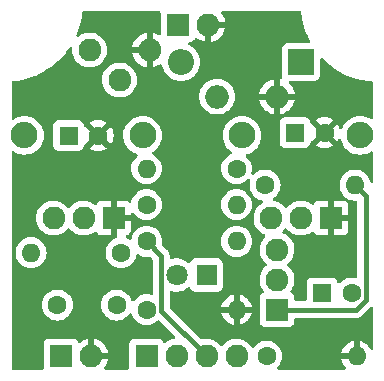
<source format=gbl>
%TF.GenerationSoftware,KiCad,Pcbnew,6.0.0+dfsg1-2*%
%TF.CreationDate,2022-01-11T21:16:37+02:00*%
%TF.ProjectId,omega,6f6d6567-612e-46b6-9963-61645f706362,rev?*%
%TF.SameCoordinates,Original*%
%TF.FileFunction,Copper,L2,Bot*%
%TF.FilePolarity,Positive*%
%FSLAX46Y46*%
G04 Gerber Fmt 4.6, Leading zero omitted, Abs format (unit mm)*
G04 Created by KiCad (PCBNEW 6.0.0+dfsg1-2) date 2022-01-11 21:16:37*
%MOMM*%
%LPD*%
G01*
G04 APERTURE LIST*
%TA.AperFunction,ComponentPad*%
%ADD10C,1.600000*%
%TD*%
%TA.AperFunction,ComponentPad*%
%ADD11O,1.600000X1.600000*%
%TD*%
%TA.AperFunction,ComponentPad*%
%ADD12R,1.600000X1.600000*%
%TD*%
%TA.AperFunction,ComponentPad*%
%ADD13O,2.250000X2.250000*%
%TD*%
%TA.AperFunction,ComponentPad*%
%ADD14R,1.930400X1.930400*%
%TD*%
%TA.AperFunction,ComponentPad*%
%ADD15O,1.930400X1.930400*%
%TD*%
%TA.AperFunction,ComponentPad*%
%ADD16R,2.200000X2.200000*%
%TD*%
%TA.AperFunction,ComponentPad*%
%ADD17O,2.200000X2.200000*%
%TD*%
%TA.AperFunction,ComponentPad*%
%ADD18O,2.000000X2.000000*%
%TD*%
%TA.AperFunction,ComponentPad*%
%ADD19R,1.800000X1.800000*%
%TD*%
%TA.AperFunction,ComponentPad*%
%ADD20C,1.800000*%
%TD*%
%TA.AperFunction,Conductor*%
%ADD21C,0.400000*%
%TD*%
G04 APERTURE END LIST*
D10*
%TO.P,R5,1*%
%TO.N,Net-(Q2-Pad2)*%
X112649000Y-67564000D03*
D11*
%TO.P,R5,2*%
%TO.N,VCC*%
X120269000Y-67564000D03*
%TD*%
D10*
%TO.P,R2,1*%
%TO.N,Net-(C1-Pad2)*%
X100457000Y-73279000D03*
D11*
%TO.P,R2,2*%
%TO.N,Net-(R2-Pad2)*%
X92837000Y-73279000D03*
%TD*%
D12*
%TO.P,C3,1*%
%TO.N,VCC*%
X115189000Y-63119000D03*
D10*
%TO.P,C3,2*%
%TO.N,GND*%
X117689000Y-63119000D03*
%TD*%
%TO.P,R3,1*%
%TO.N,Net-(C1-Pad2)*%
X102616000Y-69215000D03*
D11*
%TO.P,R3,2*%
%TO.N,Net-(C2-Pad1)*%
X110236000Y-69215000D03*
%TD*%
D13*
%TO.P,RV1,*%
%TO.N,*%
X102282000Y-63358000D03*
X92282000Y-63358000D03*
D14*
%TO.P,RV1,1,1*%
%TO.N,GND*%
X99822000Y-70358000D03*
D15*
%TO.P,RV1,2,2*%
%TO.N,Net-(R2-Pad2)*%
X97282000Y-70358000D03*
%TO.P,RV1,3,3*%
X94742000Y-70358000D03*
%TD*%
D16*
%TO.P,D1,1,K*%
%TO.N,VCC*%
X115697000Y-57150000D03*
D17*
%TO.P,D1,2,A*%
%TO.N,+9V*%
X105537000Y-57150000D03*
%TD*%
D12*
%TO.P,C6,1*%
%TO.N,Net-(C6-Pad1)*%
X96012000Y-63373000D03*
D10*
%TO.P,C6,2*%
%TO.N,GND*%
X98512000Y-63373000D03*
%TD*%
%TO.P,R4,1*%
%TO.N,Net-(Q2-Pad2)*%
X110236000Y-66167000D03*
D11*
%TO.P,R4,2*%
%TO.N,Net-(Q1-Pad2)*%
X102616000Y-66167000D03*
%TD*%
D14*
%TO.P,J3,1,Pin_1*%
%TO.N,+9V*%
X95377000Y-82042000D03*
D15*
%TO.P,J3,2,Pin_2*%
%TO.N,GND*%
X97917000Y-82042000D03*
%TD*%
D14*
%TO.P,J1,1,Pin_1*%
%TO.N,IN*%
X102616000Y-82042000D03*
D15*
%TO.P,J1,2,Pin_2*%
%TO.N,GND*%
X105156000Y-82042000D03*
%TO.P,J1,3,Pin_3*%
%TO.N,LED-*%
X107696000Y-82042000D03*
%TO.P,J1,4,Pin_4*%
%TO.N,OUT*%
X110236000Y-82042000D03*
%TD*%
D18*
%TO.P,C2,1*%
%TO.N,Net-(C2-Pad1)*%
X108585000Y-60071000D03*
%TO.P,C2,2*%
%TO.N,GND*%
X113665000Y-60071000D03*
%TD*%
D10*
%TO.P,C1,1*%
%TO.N,IN*%
X100076000Y-77724000D03*
%TO.P,C1,2*%
%TO.N,Net-(C1-Pad2)*%
X95076000Y-77724000D03*
%TD*%
D14*
%TO.P,J2,1,Pin_1*%
%TO.N,+9V*%
X105283000Y-53975000D03*
D15*
%TO.P,J2,2,Pin_2*%
%TO.N,GND*%
X107823000Y-53975000D03*
%TD*%
D12*
%TO.P,C7,1*%
%TO.N,Net-(C7-Pad1)*%
X117475000Y-76708000D03*
D10*
%TO.P,C7,2*%
%TO.N,OUT*%
X119975000Y-76708000D03*
%TD*%
D14*
%TO.P,Q2,1,D*%
%TO.N,VCC*%
X113665000Y-78105000D03*
D15*
%TO.P,Q2,2,G*%
%TO.N,Net-(Q2-Pad2)*%
X113665000Y-75565000D03*
%TO.P,Q2,3,S*%
%TO.N,Net-(Q2-Pad3)*%
X113665000Y-73025000D03*
%TD*%
D13*
%TO.P,RV3,*%
%TO.N,*%
X120697000Y-63358000D03*
X110697000Y-63358000D03*
D14*
%TO.P,RV3,1,1*%
%TO.N,GND*%
X118237000Y-70358000D03*
D15*
%TO.P,RV3,2,2*%
%TO.N,Net-(C7-Pad1)*%
X115697000Y-70358000D03*
%TO.P,RV3,3,3*%
%TO.N,Net-(Q2-Pad3)*%
X113157000Y-70358000D03*
%TD*%
%TO.P,RV2,1,1*%
%TO.N,GND*%
X102870000Y-56134000D03*
%TO.P,RV2,2,2*%
%TO.N,Net-(C6-Pad1)*%
X100330000Y-58674000D03*
%TO.P,RV2,3,3*%
X97790000Y-56134000D03*
%TD*%
D10*
%TO.P,R1,1*%
%TO.N,IN*%
X102616000Y-78105000D03*
D11*
%TO.P,R1,2*%
%TO.N,GND*%
X110236000Y-78105000D03*
%TD*%
D10*
%TO.P,R6,1*%
%TO.N,OUT*%
X112776000Y-82042000D03*
D11*
%TO.P,R6,2*%
%TO.N,GND*%
X120396000Y-82042000D03*
%TD*%
D10*
%TO.P,R7,1*%
%TO.N,LED-*%
X102626117Y-72324058D03*
D11*
%TO.P,R7,2*%
%TO.N,Net-(D2-Pad1)*%
X110246117Y-72324058D03*
%TD*%
D19*
%TO.P,D2,1,K*%
%TO.N,Net-(D2-Pad1)*%
X107696000Y-75184000D03*
D20*
%TO.P,D2,2,A*%
%TO.N,+9V*%
X105156000Y-75184000D03*
%TD*%
D21*
%TO.N,VCC*%
X113665000Y-78105000D02*
X120354002Y-78105000D01*
X121175001Y-68470001D02*
X120269000Y-67564000D01*
X121175001Y-77284001D02*
X121175001Y-68470001D01*
X120354002Y-78105000D02*
X121175001Y-77284001D01*
%TO.N,LED-*%
X103855999Y-73553940D02*
X102626117Y-72324058D01*
X103855999Y-78201999D02*
X103855999Y-73553940D01*
X107696000Y-82042000D02*
X103855999Y-78201999D01*
%TD*%
%TA.AperFunction,Conductor*%
%TO.N,GND*%
G36*
X103751620Y-52852002D02*
G01*
X103798113Y-52905658D01*
X103808715Y-52961666D01*
X103809300Y-52961666D01*
X103809300Y-54756188D01*
X103789298Y-54824309D01*
X103735642Y-54870802D01*
X103665368Y-54880906D01*
X103622406Y-54866497D01*
X103480492Y-54788156D01*
X103471095Y-54783933D01*
X103252480Y-54706518D01*
X103242530Y-54703889D01*
X103141836Y-54685953D01*
X103128540Y-54687412D01*
X103124000Y-54701968D01*
X103124000Y-57568665D01*
X103128064Y-57582507D01*
X103141478Y-57584541D01*
X103172216Y-57580603D01*
X103182297Y-57578460D01*
X103404426Y-57511818D01*
X103414024Y-57508056D01*
X103622289Y-57406029D01*
X103631132Y-57400757D01*
X103746049Y-57318788D01*
X103813122Y-57295515D01*
X103882131Y-57312198D01*
X103931164Y-57363542D01*
X103943227Y-57400320D01*
X103943391Y-57402403D01*
X104002495Y-57648591D01*
X104004388Y-57653162D01*
X104004389Y-57653164D01*
X104088361Y-57855889D01*
X104099384Y-57882502D01*
X104231672Y-58098376D01*
X104396102Y-58290898D01*
X104588624Y-58455328D01*
X104804498Y-58587616D01*
X104809068Y-58589509D01*
X104809072Y-58589511D01*
X105021171Y-58677365D01*
X105038409Y-58684505D01*
X105105513Y-58700615D01*
X105279784Y-58742454D01*
X105279790Y-58742455D01*
X105284597Y-58743609D01*
X105537000Y-58763474D01*
X105789403Y-58743609D01*
X105794210Y-58742455D01*
X105794216Y-58742454D01*
X105968487Y-58700615D01*
X106035591Y-58684505D01*
X106052829Y-58677365D01*
X106264928Y-58589511D01*
X106264932Y-58589509D01*
X106269502Y-58587616D01*
X106485376Y-58455328D01*
X106677898Y-58290898D01*
X106842328Y-58098376D01*
X106974616Y-57882502D01*
X106985640Y-57855889D01*
X107069611Y-57653164D01*
X107069612Y-57653162D01*
X107071505Y-57648591D01*
X107094764Y-57551708D01*
X107129454Y-57407216D01*
X107129455Y-57407210D01*
X107130609Y-57402403D01*
X107150474Y-57150000D01*
X107130609Y-56897597D01*
X107120165Y-56854091D01*
X107079091Y-56683006D01*
X107071505Y-56651409D01*
X107069611Y-56646836D01*
X106976511Y-56422072D01*
X106976509Y-56422068D01*
X106974616Y-56417498D01*
X106842328Y-56201624D01*
X106677898Y-56009102D01*
X106485376Y-55844672D01*
X106269502Y-55712384D01*
X106264932Y-55710491D01*
X106264928Y-55710489D01*
X106218140Y-55691109D01*
X106162859Y-55646560D01*
X106140438Y-55579197D01*
X106157996Y-55510406D01*
X106209959Y-55462027D01*
X106266358Y-55448700D01*
X106296334Y-55448700D01*
X106358516Y-55441945D01*
X106494905Y-55390815D01*
X106611461Y-55303461D01*
X106698815Y-55186905D01*
X106701966Y-55178498D01*
X106701970Y-55178492D01*
X106702504Y-55177067D01*
X106703411Y-55175860D01*
X106706277Y-55170625D01*
X106707033Y-55171039D01*
X106745147Y-55120304D01*
X106811710Y-55095607D01*
X106881058Y-55110817D01*
X106900969Y-55124357D01*
X106971131Y-55182606D01*
X106979578Y-55188521D01*
X107179809Y-55305526D01*
X107189096Y-55309976D01*
X107405751Y-55392708D01*
X107415653Y-55395585D01*
X107551248Y-55423172D01*
X107565300Y-55421977D01*
X107569000Y-55411632D01*
X107569000Y-55409665D01*
X108077000Y-55409665D01*
X108081064Y-55423507D01*
X108094478Y-55425541D01*
X108125216Y-55421603D01*
X108135297Y-55419460D01*
X108357426Y-55352818D01*
X108367024Y-55349056D01*
X108575289Y-55247029D01*
X108584134Y-55241756D01*
X108772935Y-55107086D01*
X108780810Y-55100430D01*
X108945083Y-54936730D01*
X108951761Y-54928883D01*
X109087089Y-54740556D01*
X109092398Y-54731719D01*
X109195147Y-54523821D01*
X109198946Y-54514226D01*
X109266360Y-54292343D01*
X109268539Y-54282262D01*
X109273186Y-54246961D01*
X109270975Y-54232779D01*
X109257817Y-54229000D01*
X108095115Y-54229000D01*
X108079876Y-54233475D01*
X108078671Y-54234865D01*
X108077000Y-54242548D01*
X108077000Y-55409665D01*
X107569000Y-55409665D01*
X107569000Y-53847000D01*
X107589002Y-53778879D01*
X107642658Y-53732386D01*
X107695000Y-53721000D01*
X109260128Y-53721000D01*
X109273659Y-53717027D01*
X109274964Y-53707947D01*
X109223642Y-53503622D01*
X109220324Y-53493874D01*
X109127846Y-53281189D01*
X109122980Y-53272114D01*
X108997012Y-53077398D01*
X108990719Y-53069227D01*
X108966672Y-53042800D01*
X108935620Y-52978954D01*
X108944015Y-52908455D01*
X108989191Y-52853687D01*
X109059865Y-52832000D01*
X115600410Y-52832000D01*
X115668531Y-52852002D01*
X115715024Y-52905658D01*
X115725596Y-52943704D01*
X115728000Y-52964756D01*
X115766638Y-53303095D01*
X115805101Y-53503622D01*
X115856824Y-53773277D01*
X115859189Y-53785609D01*
X115859813Y-53787905D01*
X115859814Y-53787910D01*
X115984545Y-54246961D01*
X115988014Y-54259729D01*
X116152376Y-54722731D01*
X116153341Y-54724910D01*
X116153343Y-54724915D01*
X116181150Y-54787702D01*
X116351328Y-55171957D01*
X116425429Y-55309976D01*
X116450084Y-55355899D01*
X116464684Y-55425378D01*
X116439403Y-55491721D01*
X116382268Y-55533864D01*
X116339072Y-55541500D01*
X114548866Y-55541500D01*
X114486684Y-55548255D01*
X114350295Y-55599385D01*
X114233739Y-55686739D01*
X114146385Y-55803295D01*
X114095255Y-55939684D01*
X114088500Y-56001866D01*
X114088500Y-58298134D01*
X114095255Y-58360316D01*
X114098027Y-58367712D01*
X114098029Y-58367718D01*
X114120381Y-58427342D01*
X114125564Y-58498150D01*
X114091642Y-58560518D01*
X114029387Y-58594647D01*
X113972984Y-58594089D01*
X113936618Y-58585358D01*
X113922531Y-58586063D01*
X113919000Y-58594944D01*
X113919000Y-59798885D01*
X113923475Y-59814124D01*
X113924865Y-59815329D01*
X113932548Y-59817000D01*
X115136756Y-59817000D01*
X115150287Y-59813027D01*
X115151647Y-59803569D01*
X115104782Y-59608366D01*
X115101736Y-59598992D01*
X115014687Y-59388837D01*
X115010205Y-59380042D01*
X114891357Y-59186101D01*
X114885557Y-59178117D01*
X114737822Y-59005142D01*
X114730860Y-58998180D01*
X114709939Y-58980312D01*
X114671130Y-58920861D01*
X114670622Y-58849867D01*
X114708578Y-58789868D01*
X114772946Y-58759914D01*
X114791769Y-58758500D01*
X116845134Y-58758500D01*
X116907316Y-58751745D01*
X117043705Y-58700615D01*
X117160261Y-58613261D01*
X117247615Y-58496705D01*
X117298745Y-58360316D01*
X117305500Y-58298134D01*
X117305500Y-56922212D01*
X117325502Y-56854091D01*
X117379158Y-56807598D01*
X117449432Y-56797494D01*
X117514012Y-56826988D01*
X117519652Y-56832183D01*
X117780205Y-57087304D01*
X117818412Y-57124715D01*
X117820245Y-57126256D01*
X118176548Y-57425796D01*
X118194483Y-57440874D01*
X118200949Y-57445522D01*
X118591474Y-57726247D01*
X118591482Y-57726252D01*
X118593418Y-57727644D01*
X118595463Y-57728890D01*
X118595468Y-57728894D01*
X119010874Y-57982131D01*
X119012923Y-57983380D01*
X119015059Y-57984470D01*
X119015060Y-57984470D01*
X119034335Y-57994301D01*
X119450591Y-58206611D01*
X119452790Y-58207530D01*
X119901706Y-58395137D01*
X119901711Y-58395139D01*
X119903908Y-58396057D01*
X120370269Y-58550629D01*
X120372598Y-58551210D01*
X120372600Y-58551210D01*
X120455457Y-58571860D01*
X120846997Y-58669440D01*
X121331354Y-58751807D01*
X121579207Y-58774834D01*
X121678656Y-58784073D01*
X121744634Y-58810291D01*
X121785964Y-58868018D01*
X121793000Y-58909533D01*
X121793000Y-61888826D01*
X121772998Y-61956947D01*
X121719342Y-62003440D01*
X121649068Y-62013544D01*
X121601165Y-61996259D01*
X121596404Y-61993341D01*
X121440887Y-61898040D01*
X121436317Y-61896147D01*
X121436313Y-61896145D01*
X121207913Y-61801539D01*
X121207911Y-61801538D01*
X121203340Y-61799645D01*
X121116498Y-61778796D01*
X120958139Y-61740777D01*
X120958133Y-61740776D01*
X120953326Y-61739622D01*
X120697000Y-61719449D01*
X120440674Y-61739622D01*
X120435867Y-61740776D01*
X120435861Y-61740777D01*
X120277502Y-61778796D01*
X120190660Y-61799645D01*
X120186089Y-61801538D01*
X120186087Y-61801539D01*
X119957687Y-61896145D01*
X119957683Y-61896147D01*
X119953113Y-61898040D01*
X119733884Y-62032384D01*
X119538369Y-62199369D01*
X119371384Y-62394884D01*
X119237040Y-62614113D01*
X119235147Y-62618683D01*
X119235145Y-62618687D01*
X119179204Y-62753741D01*
X119134656Y-62809022D01*
X119067292Y-62831443D01*
X118998501Y-62813885D01*
X118950123Y-62761923D01*
X118941088Y-62738133D01*
X118924237Y-62675241D01*
X118920490Y-62664947D01*
X118828414Y-62467489D01*
X118822931Y-62457994D01*
X118786491Y-62405952D01*
X118776012Y-62397576D01*
X118762566Y-62404644D01*
X118061022Y-63106188D01*
X118053408Y-63120132D01*
X118053539Y-63121965D01*
X118057790Y-63128580D01*
X118763287Y-63834077D01*
X118775062Y-63840507D01*
X118787077Y-63831211D01*
X118822931Y-63780006D01*
X118828414Y-63770511D01*
X118865852Y-63690224D01*
X118912769Y-63636939D01*
X118981047Y-63617478D01*
X119049007Y-63638020D01*
X119095072Y-63692043D01*
X119102566Y-63714060D01*
X119138645Y-63864340D01*
X119140538Y-63868911D01*
X119140539Y-63868913D01*
X119231320Y-64088077D01*
X119237040Y-64101887D01*
X119371384Y-64321116D01*
X119538369Y-64516631D01*
X119733884Y-64683616D01*
X119953113Y-64817960D01*
X119957683Y-64819853D01*
X119957687Y-64819855D01*
X120186087Y-64914461D01*
X120190660Y-64916355D01*
X120277502Y-64937204D01*
X120435861Y-64975223D01*
X120435867Y-64975224D01*
X120440674Y-64976378D01*
X120697000Y-64996551D01*
X120953326Y-64976378D01*
X120958133Y-64975224D01*
X120958139Y-64975223D01*
X121116498Y-64937204D01*
X121203340Y-64916355D01*
X121207913Y-64914461D01*
X121436313Y-64819855D01*
X121436317Y-64819853D01*
X121440887Y-64817960D01*
X121601166Y-64719741D01*
X121669698Y-64701203D01*
X121737375Y-64722659D01*
X121782708Y-64777298D01*
X121793000Y-64827174D01*
X121793000Y-67238925D01*
X121772998Y-67307046D01*
X121719342Y-67353539D01*
X121649068Y-67363643D01*
X121584488Y-67334149D01*
X121545293Y-67271536D01*
X121504707Y-67120067D01*
X121504706Y-67120065D01*
X121503284Y-67114757D01*
X121469038Y-67041316D01*
X121408849Y-66912238D01*
X121408846Y-66912233D01*
X121406523Y-66907251D01*
X121275198Y-66719700D01*
X121113300Y-66557802D01*
X121108792Y-66554645D01*
X121108789Y-66554643D01*
X121030611Y-66499902D01*
X120925749Y-66426477D01*
X120920767Y-66424154D01*
X120920762Y-66424151D01*
X120723225Y-66332039D01*
X120723224Y-66332039D01*
X120718243Y-66329716D01*
X120712935Y-66328294D01*
X120712933Y-66328293D01*
X120502402Y-66271881D01*
X120502400Y-66271881D01*
X120497087Y-66270457D01*
X120269000Y-66250502D01*
X120040913Y-66270457D01*
X120035600Y-66271881D01*
X120035598Y-66271881D01*
X119825067Y-66328293D01*
X119825065Y-66328294D01*
X119819757Y-66329716D01*
X119814776Y-66332039D01*
X119814775Y-66332039D01*
X119617238Y-66424151D01*
X119617233Y-66424154D01*
X119612251Y-66426477D01*
X119507389Y-66499902D01*
X119429211Y-66554643D01*
X119429208Y-66554645D01*
X119424700Y-66557802D01*
X119262802Y-66719700D01*
X119131477Y-66907251D01*
X119129154Y-66912233D01*
X119129151Y-66912238D01*
X119068962Y-67041316D01*
X119034716Y-67114757D01*
X119033294Y-67120065D01*
X119033293Y-67120067D01*
X119018210Y-67176357D01*
X118975457Y-67335913D01*
X118955502Y-67564000D01*
X118975457Y-67792087D01*
X119034716Y-68013243D01*
X119037039Y-68018224D01*
X119037039Y-68018225D01*
X119129151Y-68215762D01*
X119129154Y-68215767D01*
X119131477Y-68220749D01*
X119262802Y-68408300D01*
X119424700Y-68570198D01*
X119429208Y-68573355D01*
X119429211Y-68573357D01*
X119507389Y-68628098D01*
X119612251Y-68701523D01*
X119617233Y-68703846D01*
X119617238Y-68703849D01*
X119814775Y-68795961D01*
X119819757Y-68798284D01*
X119825065Y-68799706D01*
X119825067Y-68799707D01*
X120035598Y-68856119D01*
X120035600Y-68856119D01*
X120040913Y-68857543D01*
X120269000Y-68877498D01*
X120274475Y-68877019D01*
X120274486Y-68877019D01*
X120329519Y-68872204D01*
X120399124Y-68886192D01*
X120450116Y-68935591D01*
X120466501Y-68997724D01*
X120466501Y-75320832D01*
X120446499Y-75388953D01*
X120392843Y-75435446D01*
X120322569Y-75445550D01*
X120307890Y-75442539D01*
X120208402Y-75415881D01*
X120208400Y-75415881D01*
X120203087Y-75414457D01*
X119975000Y-75394502D01*
X119746913Y-75414457D01*
X119741600Y-75415881D01*
X119741598Y-75415881D01*
X119531067Y-75472293D01*
X119531065Y-75472294D01*
X119525757Y-75473716D01*
X119520776Y-75476039D01*
X119520775Y-75476039D01*
X119323238Y-75568151D01*
X119323233Y-75568154D01*
X119318251Y-75570477D01*
X119227695Y-75633885D01*
X119135211Y-75698643D01*
X119135208Y-75698645D01*
X119130700Y-75701802D01*
X118985000Y-75847502D01*
X118922688Y-75881528D01*
X118851873Y-75876463D01*
X118795037Y-75833916D01*
X118777868Y-75797263D01*
X118776745Y-75797684D01*
X118728767Y-75669703D01*
X118725615Y-75661295D01*
X118638261Y-75544739D01*
X118521705Y-75457385D01*
X118385316Y-75406255D01*
X118323134Y-75399500D01*
X116626866Y-75399500D01*
X116564684Y-75406255D01*
X116428295Y-75457385D01*
X116311739Y-75544739D01*
X116224385Y-75661295D01*
X116173255Y-75797684D01*
X116166500Y-75859866D01*
X116166500Y-77270500D01*
X116146498Y-77338621D01*
X116092842Y-77385114D01*
X116040500Y-77396500D01*
X115264700Y-77396500D01*
X115196579Y-77376498D01*
X115150086Y-77322842D01*
X115138700Y-77270500D01*
X115138700Y-77091666D01*
X115131945Y-77029484D01*
X115080815Y-76893095D01*
X114993461Y-76776539D01*
X114876905Y-76689185D01*
X114868497Y-76686033D01*
X114860625Y-76681723D01*
X114861417Y-76680276D01*
X114812896Y-76643828D01*
X114788196Y-76577266D01*
X114803403Y-76507918D01*
X114811567Y-76494961D01*
X114816359Y-76488293D01*
X114932537Y-76326613D01*
X114963733Y-76263494D01*
X115028655Y-76132134D01*
X115039908Y-76109365D01*
X115072478Y-76002165D01*
X115108851Y-75882449D01*
X115108852Y-75882443D01*
X115110355Y-75877497D01*
X115141986Y-75637237D01*
X115143751Y-75565000D01*
X115123895Y-75323482D01*
X115064859Y-75088449D01*
X114968228Y-74866215D01*
X114836599Y-74662747D01*
X114673506Y-74483510D01*
X114560641Y-74394375D01*
X114519578Y-74336458D01*
X114516346Y-74265535D01*
X114551971Y-74204124D01*
X114565557Y-74192921D01*
X114619471Y-74154464D01*
X114791126Y-73983408D01*
X114854743Y-73894876D01*
X114929519Y-73790813D01*
X114932537Y-73786613D01*
X114935113Y-73781402D01*
X115006206Y-73637556D01*
X115039908Y-73569365D01*
X115058830Y-73507087D01*
X115108851Y-73342449D01*
X115108852Y-73342443D01*
X115110355Y-73337497D01*
X115141986Y-73097237D01*
X115143751Y-73025000D01*
X115123895Y-72783482D01*
X115064859Y-72548449D01*
X114968228Y-72326215D01*
X114924703Y-72258936D01*
X114839407Y-72127087D01*
X114839405Y-72127084D01*
X114836599Y-72122747D01*
X114673506Y-71943510D01*
X114483328Y-71793317D01*
X114370427Y-71730992D01*
X114275705Y-71678702D01*
X114275702Y-71678701D01*
X114271174Y-71676201D01*
X114202210Y-71651780D01*
X114144675Y-71610188D01*
X114118759Y-71544090D01*
X114132692Y-71474474D01*
X114155331Y-71443757D01*
X114279465Y-71320056D01*
X114283126Y-71316408D01*
X114323445Y-71260299D01*
X114379439Y-71216651D01*
X114450142Y-71210205D01*
X114513106Y-71243007D01*
X114521001Y-71251324D01*
X114662372Y-71414527D01*
X114666347Y-71417827D01*
X114666350Y-71417830D01*
X114728638Y-71469543D01*
X114848823Y-71569322D01*
X115058053Y-71691586D01*
X115062873Y-71693426D01*
X115062878Y-71693429D01*
X115171220Y-71734800D01*
X115284442Y-71778035D01*
X115289510Y-71779066D01*
X115289513Y-71779067D01*
X115375307Y-71796522D01*
X115521910Y-71826349D01*
X115527085Y-71826539D01*
X115527087Y-71826539D01*
X115758917Y-71835040D01*
X115758921Y-71835040D01*
X115764081Y-71835229D01*
X115769201Y-71834573D01*
X115769203Y-71834573D01*
X115869863Y-71821678D01*
X116004450Y-71804437D01*
X116009401Y-71802952D01*
X116009404Y-71802951D01*
X116231612Y-71736285D01*
X116231611Y-71736285D01*
X116236562Y-71734800D01*
X116351072Y-71678702D01*
X116449533Y-71630467D01*
X116449538Y-71630464D01*
X116454184Y-71628188D01*
X116458394Y-71625185D01*
X116458399Y-71625182D01*
X116627852Y-71504311D01*
X116694925Y-71481037D01*
X116763934Y-71497720D01*
X116812968Y-71549063D01*
X116817965Y-71560320D01*
X116827014Y-71576849D01*
X116903515Y-71678924D01*
X116916076Y-71691485D01*
X117018151Y-71767986D01*
X117033746Y-71776524D01*
X117154194Y-71821678D01*
X117169449Y-71825305D01*
X117220314Y-71830831D01*
X117227128Y-71831200D01*
X117964885Y-71831200D01*
X117980124Y-71826725D01*
X117981329Y-71825335D01*
X117983000Y-71817652D01*
X117983000Y-71813084D01*
X118491000Y-71813084D01*
X118495475Y-71828323D01*
X118496865Y-71829528D01*
X118504548Y-71831199D01*
X119246869Y-71831199D01*
X119253690Y-71830829D01*
X119304552Y-71825305D01*
X119319804Y-71821679D01*
X119440254Y-71776524D01*
X119455849Y-71767986D01*
X119557924Y-71691485D01*
X119570485Y-71678924D01*
X119646986Y-71576849D01*
X119655524Y-71561254D01*
X119700678Y-71440806D01*
X119704305Y-71425551D01*
X119709831Y-71374686D01*
X119710200Y-71367872D01*
X119710200Y-70630115D01*
X119705725Y-70614876D01*
X119704335Y-70613671D01*
X119696652Y-70612000D01*
X118509115Y-70612000D01*
X118493876Y-70616475D01*
X118492671Y-70617865D01*
X118491000Y-70625548D01*
X118491000Y-71813084D01*
X117983000Y-71813084D01*
X117983000Y-70085885D01*
X118491000Y-70085885D01*
X118495475Y-70101124D01*
X118496865Y-70102329D01*
X118504548Y-70104000D01*
X119692084Y-70104000D01*
X119707323Y-70099525D01*
X119708528Y-70098135D01*
X119710199Y-70090452D01*
X119710199Y-69348131D01*
X119709829Y-69341310D01*
X119704305Y-69290448D01*
X119700679Y-69275196D01*
X119655524Y-69154746D01*
X119646986Y-69139151D01*
X119570485Y-69037076D01*
X119557924Y-69024515D01*
X119455849Y-68948014D01*
X119440254Y-68939476D01*
X119319806Y-68894322D01*
X119304551Y-68890695D01*
X119253686Y-68885169D01*
X119246872Y-68884800D01*
X118509115Y-68884800D01*
X118493876Y-68889275D01*
X118492671Y-68890665D01*
X118491000Y-68898348D01*
X118491000Y-70085885D01*
X117983000Y-70085885D01*
X117983000Y-68902916D01*
X117978525Y-68887677D01*
X117977135Y-68886472D01*
X117969452Y-68884801D01*
X117227131Y-68884801D01*
X117220310Y-68885171D01*
X117169448Y-68890695D01*
X117154196Y-68894321D01*
X117033746Y-68939476D01*
X117018151Y-68948014D01*
X116916076Y-69024515D01*
X116903515Y-69037076D01*
X116827014Y-69139151D01*
X116818477Y-69154744D01*
X116818049Y-69155886D01*
X116817322Y-69156854D01*
X116814166Y-69162618D01*
X116813334Y-69162163D01*
X116775408Y-69212651D01*
X116708847Y-69237352D01*
X116639497Y-69222145D01*
X116621974Y-69210540D01*
X116519387Y-69129522D01*
X116519382Y-69129519D01*
X116515328Y-69126317D01*
X116434498Y-69081696D01*
X116307705Y-69011702D01*
X116307702Y-69011701D01*
X116303174Y-69009201D01*
X116167662Y-68961214D01*
X116079613Y-68930034D01*
X116079610Y-68930033D01*
X116074741Y-68928309D01*
X116069652Y-68927402D01*
X116069650Y-68927402D01*
X115932729Y-68903013D01*
X115836163Y-68885812D01*
X115745635Y-68884706D01*
X115599018Y-68882914D01*
X115599016Y-68882914D01*
X115593848Y-68882851D01*
X115354303Y-68919507D01*
X115123961Y-68994794D01*
X114909009Y-69106691D01*
X114904876Y-69109794D01*
X114904873Y-69109796D01*
X114755238Y-69222145D01*
X114715218Y-69252193D01*
X114547795Y-69427392D01*
X114532234Y-69450204D01*
X114477324Y-69495205D01*
X114406799Y-69503376D01*
X114343052Y-69472122D01*
X114329987Y-69457893D01*
X114328599Y-69455747D01*
X114323555Y-69450203D01*
X114168981Y-69280329D01*
X114165506Y-69276510D01*
X113975328Y-69126317D01*
X113894498Y-69081696D01*
X113767705Y-69011702D01*
X113767702Y-69011701D01*
X113763174Y-69009201D01*
X113627662Y-68961214D01*
X113539613Y-68930034D01*
X113539610Y-68930033D01*
X113534741Y-68928309D01*
X113529652Y-68927402D01*
X113529650Y-68927402D01*
X113475079Y-68917682D01*
X113392727Y-68903013D01*
X113329171Y-68871375D01*
X113292807Y-68810398D01*
X113295184Y-68739441D01*
X113335545Y-68681033D01*
X113342553Y-68675753D01*
X113488789Y-68573357D01*
X113488792Y-68573355D01*
X113493300Y-68570198D01*
X113655198Y-68408300D01*
X113786523Y-68220749D01*
X113788846Y-68215767D01*
X113788849Y-68215762D01*
X113880961Y-68018225D01*
X113880961Y-68018224D01*
X113883284Y-68013243D01*
X113942543Y-67792087D01*
X113962498Y-67564000D01*
X113942543Y-67335913D01*
X113899790Y-67176357D01*
X113884707Y-67120067D01*
X113884706Y-67120065D01*
X113883284Y-67114757D01*
X113849038Y-67041316D01*
X113788849Y-66912238D01*
X113788846Y-66912233D01*
X113786523Y-66907251D01*
X113655198Y-66719700D01*
X113493300Y-66557802D01*
X113488792Y-66554645D01*
X113488789Y-66554643D01*
X113410611Y-66499902D01*
X113305749Y-66426477D01*
X113300767Y-66424154D01*
X113300762Y-66424151D01*
X113103225Y-66332039D01*
X113103224Y-66332039D01*
X113098243Y-66329716D01*
X113092935Y-66328294D01*
X113092933Y-66328293D01*
X112882402Y-66271881D01*
X112882400Y-66271881D01*
X112877087Y-66270457D01*
X112649000Y-66250502D01*
X112420913Y-66270457D01*
X112415600Y-66271881D01*
X112415598Y-66271881D01*
X112205067Y-66328293D01*
X112205065Y-66328294D01*
X112199757Y-66329716D01*
X112194776Y-66332039D01*
X112194775Y-66332039D01*
X111997238Y-66424151D01*
X111997233Y-66424154D01*
X111992251Y-66426477D01*
X111887389Y-66499902D01*
X111809211Y-66554643D01*
X111809208Y-66554645D01*
X111804700Y-66557802D01*
X111701779Y-66660723D01*
X111639467Y-66694749D01*
X111568652Y-66689684D01*
X111511816Y-66647137D01*
X111487005Y-66580617D01*
X111490977Y-66539017D01*
X111528119Y-66400402D01*
X111528119Y-66400400D01*
X111529543Y-66395087D01*
X111549498Y-66167000D01*
X111529543Y-65938913D01*
X111470284Y-65717757D01*
X111467961Y-65712775D01*
X111375849Y-65515238D01*
X111375846Y-65515233D01*
X111373523Y-65510251D01*
X111242198Y-65322700D01*
X111080300Y-65160802D01*
X111075797Y-65157649D01*
X111072072Y-65154523D01*
X111032748Y-65095412D01*
X111031624Y-65024424D01*
X111069058Y-64964098D01*
X111123653Y-64935486D01*
X111203340Y-64916355D01*
X111207913Y-64914461D01*
X111436313Y-64819855D01*
X111436317Y-64819853D01*
X111440887Y-64817960D01*
X111660116Y-64683616D01*
X111855631Y-64516631D01*
X112022616Y-64321116D01*
X112156960Y-64101887D01*
X112162681Y-64088077D01*
X112212777Y-63967134D01*
X113880500Y-63967134D01*
X113887255Y-64029316D01*
X113938385Y-64165705D01*
X114025739Y-64282261D01*
X114142295Y-64369615D01*
X114278684Y-64420745D01*
X114340866Y-64427500D01*
X116037134Y-64427500D01*
X116099316Y-64420745D01*
X116235705Y-64369615D01*
X116352261Y-64282261D01*
X116410119Y-64205062D01*
X116967493Y-64205062D01*
X116976789Y-64217077D01*
X117027994Y-64252931D01*
X117037489Y-64258414D01*
X117234947Y-64350490D01*
X117245239Y-64354236D01*
X117455688Y-64410625D01*
X117466481Y-64412528D01*
X117683525Y-64431517D01*
X117694475Y-64431517D01*
X117911519Y-64412528D01*
X117922312Y-64410625D01*
X118132761Y-64354236D01*
X118143053Y-64350490D01*
X118340511Y-64258414D01*
X118350006Y-64252931D01*
X118402048Y-64216491D01*
X118410424Y-64206012D01*
X118403356Y-64192566D01*
X117701812Y-63491022D01*
X117687868Y-63483408D01*
X117686035Y-63483539D01*
X117679420Y-63487790D01*
X116973923Y-64193287D01*
X116967493Y-64205062D01*
X116410119Y-64205062D01*
X116439615Y-64165705D01*
X116490745Y-64029316D01*
X116497500Y-63967134D01*
X116497500Y-63963815D01*
X116521153Y-63896890D01*
X116567156Y-63861196D01*
X116566141Y-63859266D01*
X116577000Y-63853558D01*
X116577245Y-63853368D01*
X116577403Y-63853347D01*
X116615434Y-63833356D01*
X117316978Y-63131812D01*
X117324592Y-63117868D01*
X117324461Y-63116035D01*
X117320210Y-63109420D01*
X116614713Y-62403923D01*
X116572971Y-62381129D01*
X116562971Y-62378953D01*
X116512773Y-62328747D01*
X116497549Y-62275186D01*
X116497500Y-62274281D01*
X116497500Y-62270866D01*
X116490745Y-62208684D01*
X116439615Y-62072295D01*
X116409407Y-62031988D01*
X116967576Y-62031988D01*
X116974644Y-62045434D01*
X117676188Y-62746978D01*
X117690132Y-62754592D01*
X117691965Y-62754461D01*
X117698580Y-62750210D01*
X118404077Y-62044713D01*
X118410507Y-62032938D01*
X118401211Y-62020923D01*
X118350006Y-61985069D01*
X118340511Y-61979586D01*
X118143053Y-61887510D01*
X118132761Y-61883764D01*
X117922312Y-61827375D01*
X117911519Y-61825472D01*
X117694475Y-61806483D01*
X117683525Y-61806483D01*
X117466481Y-61825472D01*
X117455688Y-61827375D01*
X117245239Y-61883764D01*
X117234947Y-61887510D01*
X117037489Y-61979586D01*
X117027994Y-61985069D01*
X116975952Y-62021509D01*
X116967576Y-62031988D01*
X116409407Y-62031988D01*
X116352261Y-61955739D01*
X116235705Y-61868385D01*
X116099316Y-61817255D01*
X116037134Y-61810500D01*
X114340866Y-61810500D01*
X114278684Y-61817255D01*
X114142295Y-61868385D01*
X114025739Y-61955739D01*
X113938385Y-62072295D01*
X113887255Y-62208684D01*
X113880500Y-62270866D01*
X113880500Y-63967134D01*
X112212777Y-63967134D01*
X112253461Y-63868913D01*
X112253462Y-63868911D01*
X112255355Y-63864340D01*
X112309690Y-63638020D01*
X112314223Y-63619139D01*
X112314224Y-63619133D01*
X112315378Y-63614326D01*
X112335551Y-63358000D01*
X112315378Y-63101674D01*
X112255355Y-62851660D01*
X112213333Y-62750210D01*
X112158855Y-62618687D01*
X112158853Y-62618683D01*
X112156960Y-62614113D01*
X112022616Y-62394884D01*
X111855631Y-62199369D01*
X111660116Y-62032384D01*
X111440887Y-61898040D01*
X111436317Y-61896147D01*
X111436313Y-61896145D01*
X111207913Y-61801539D01*
X111207911Y-61801538D01*
X111203340Y-61799645D01*
X111116498Y-61778796D01*
X110958139Y-61740777D01*
X110958133Y-61740776D01*
X110953326Y-61739622D01*
X110697000Y-61719449D01*
X110440674Y-61739622D01*
X110435867Y-61740776D01*
X110435861Y-61740777D01*
X110277502Y-61778796D01*
X110190660Y-61799645D01*
X110186089Y-61801538D01*
X110186087Y-61801539D01*
X109957687Y-61896145D01*
X109957683Y-61896147D01*
X109953113Y-61898040D01*
X109733884Y-62032384D01*
X109538369Y-62199369D01*
X109371384Y-62394884D01*
X109237040Y-62614113D01*
X109235147Y-62618683D01*
X109235145Y-62618687D01*
X109180667Y-62750210D01*
X109138645Y-62851660D01*
X109078622Y-63101674D01*
X109058449Y-63358000D01*
X109078622Y-63614326D01*
X109079776Y-63619133D01*
X109079777Y-63619139D01*
X109084310Y-63638020D01*
X109138645Y-63864340D01*
X109140538Y-63868911D01*
X109140539Y-63868913D01*
X109231320Y-64088077D01*
X109237040Y-64101887D01*
X109371384Y-64321116D01*
X109538369Y-64516631D01*
X109733884Y-64683616D01*
X109738099Y-64686199D01*
X109738106Y-64686204D01*
X109787627Y-64716550D01*
X109835259Y-64769197D01*
X109846866Y-64839239D01*
X109818763Y-64904436D01*
X109775043Y-64938178D01*
X109584238Y-65027151D01*
X109584233Y-65027154D01*
X109579251Y-65029477D01*
X109492810Y-65090004D01*
X109396211Y-65157643D01*
X109396208Y-65157645D01*
X109391700Y-65160802D01*
X109229802Y-65322700D01*
X109098477Y-65510251D01*
X109096154Y-65515233D01*
X109096151Y-65515238D01*
X109004039Y-65712775D01*
X109001716Y-65717757D01*
X108942457Y-65938913D01*
X108922502Y-66167000D01*
X108942457Y-66395087D01*
X108943881Y-66400400D01*
X108943881Y-66400402D01*
X108986057Y-66557802D01*
X109001716Y-66616243D01*
X109004039Y-66621224D01*
X109004039Y-66621225D01*
X109096151Y-66818762D01*
X109096154Y-66818767D01*
X109098477Y-66823749D01*
X109229802Y-67011300D01*
X109391700Y-67173198D01*
X109396208Y-67176355D01*
X109396211Y-67176357D01*
X109474389Y-67231098D01*
X109579251Y-67304523D01*
X109584233Y-67306846D01*
X109584238Y-67306849D01*
X109781775Y-67398961D01*
X109786757Y-67401284D01*
X109792065Y-67402706D01*
X109792067Y-67402707D01*
X110002598Y-67459119D01*
X110002600Y-67459119D01*
X110007913Y-67460543D01*
X110236000Y-67480498D01*
X110464087Y-67460543D01*
X110469400Y-67459119D01*
X110469402Y-67459119D01*
X110679933Y-67402707D01*
X110679935Y-67402706D01*
X110685243Y-67401284D01*
X110690225Y-67398961D01*
X110887762Y-67306849D01*
X110887767Y-67306846D01*
X110892749Y-67304523D01*
X110997611Y-67231098D01*
X111075789Y-67176357D01*
X111075792Y-67176355D01*
X111080300Y-67173198D01*
X111183221Y-67070277D01*
X111245533Y-67036251D01*
X111316348Y-67041316D01*
X111373184Y-67083863D01*
X111397995Y-67150383D01*
X111394023Y-67191983D01*
X111355457Y-67335913D01*
X111335502Y-67564000D01*
X111355457Y-67792087D01*
X111414716Y-68013243D01*
X111417039Y-68018224D01*
X111417039Y-68018225D01*
X111509151Y-68215762D01*
X111509154Y-68215767D01*
X111511477Y-68220749D01*
X111642802Y-68408300D01*
X111804700Y-68570198D01*
X111809208Y-68573355D01*
X111809211Y-68573357D01*
X111887389Y-68628098D01*
X111992251Y-68701523D01*
X111997233Y-68703846D01*
X111997238Y-68703849D01*
X112194775Y-68795961D01*
X112199757Y-68798284D01*
X112205064Y-68799706D01*
X112389650Y-68849166D01*
X112450272Y-68886118D01*
X112481294Y-68949979D01*
X112472865Y-69020473D01*
X112427662Y-69075220D01*
X112415225Y-69082633D01*
X112369009Y-69106691D01*
X112364876Y-69109794D01*
X112364873Y-69109796D01*
X112215238Y-69222145D01*
X112175218Y-69252193D01*
X112007795Y-69427392D01*
X112004884Y-69431660D01*
X112004880Y-69431665D01*
X111988229Y-69456075D01*
X111871234Y-69627583D01*
X111769203Y-69847390D01*
X111767821Y-69852372D01*
X111767821Y-69852373D01*
X111744255Y-69937351D01*
X111704442Y-70080910D01*
X111703893Y-70086047D01*
X111689112Y-70224357D01*
X111678690Y-70321871D01*
X111678987Y-70327023D01*
X111678987Y-70327027D01*
X111680773Y-70358000D01*
X111692640Y-70563802D01*
X111693777Y-70568848D01*
X111693778Y-70568854D01*
X111706555Y-70625548D01*
X111745916Y-70800207D01*
X111837088Y-71024736D01*
X111963707Y-71231359D01*
X112122372Y-71414527D01*
X112126347Y-71417827D01*
X112126350Y-71417830D01*
X112188638Y-71469543D01*
X112308823Y-71569322D01*
X112518053Y-71691586D01*
X112522873Y-71693426D01*
X112522878Y-71693429D01*
X112621248Y-71730992D01*
X112677751Y-71773979D01*
X112702044Y-71840690D01*
X112686414Y-71909945D01*
X112667393Y-71935753D01*
X112515795Y-72094392D01*
X112512881Y-72098664D01*
X112512880Y-72098665D01*
X112456624Y-72181133D01*
X112379234Y-72294583D01*
X112277203Y-72514390D01*
X112275821Y-72519372D01*
X112275821Y-72519373D01*
X112248541Y-72617743D01*
X112212442Y-72747910D01*
X112211893Y-72753047D01*
X112187552Y-72980807D01*
X112186690Y-72988871D01*
X112186987Y-72994023D01*
X112186987Y-72994027D01*
X112192745Y-73093885D01*
X112200640Y-73230802D01*
X112201777Y-73235848D01*
X112201778Y-73235854D01*
X112223053Y-73330256D01*
X112253916Y-73467207D01*
X112255858Y-73471989D01*
X112255859Y-73471993D01*
X112329781Y-73654040D01*
X112345088Y-73691736D01*
X112471707Y-73898359D01*
X112630372Y-74081527D01*
X112634347Y-74084827D01*
X112634350Y-74084830D01*
X112771588Y-74198767D01*
X112811223Y-74257670D01*
X112812721Y-74328650D01*
X112775606Y-74389173D01*
X112766756Y-74396471D01*
X112683218Y-74459193D01*
X112515795Y-74634392D01*
X112512881Y-74638664D01*
X112512880Y-74638665D01*
X112493492Y-74667087D01*
X112379234Y-74834583D01*
X112277203Y-75054390D01*
X112275821Y-75059372D01*
X112275821Y-75059373D01*
X112267758Y-75088449D01*
X112212442Y-75287910D01*
X112211893Y-75293047D01*
X112190479Y-75493421D01*
X112186690Y-75528871D01*
X112186987Y-75534023D01*
X112186987Y-75534027D01*
X112196479Y-75698643D01*
X112200640Y-75770802D01*
X112201777Y-75775848D01*
X112201778Y-75775854D01*
X112224685Y-75877497D01*
X112253916Y-76007207D01*
X112255858Y-76011989D01*
X112255859Y-76011993D01*
X112339748Y-76218585D01*
X112345088Y-76231736D01*
X112471707Y-76438359D01*
X112475088Y-76442262D01*
X112512569Y-76485531D01*
X112542052Y-76550116D01*
X112531938Y-76620389D01*
X112485437Y-76674037D01*
X112461563Y-76686010D01*
X112453095Y-76689185D01*
X112336539Y-76776539D01*
X112249185Y-76893095D01*
X112198055Y-77029484D01*
X112191300Y-77091666D01*
X112191300Y-79118334D01*
X112198055Y-79180516D01*
X112249185Y-79316905D01*
X112336539Y-79433461D01*
X112453095Y-79520815D01*
X112589484Y-79571945D01*
X112651666Y-79578700D01*
X114678334Y-79578700D01*
X114740516Y-79571945D01*
X114876905Y-79520815D01*
X114993461Y-79433461D01*
X115080815Y-79316905D01*
X115131945Y-79180516D01*
X115138700Y-79118334D01*
X115138700Y-78939500D01*
X115158702Y-78871379D01*
X115212358Y-78824886D01*
X115264700Y-78813500D01*
X120325090Y-78813500D01*
X120333660Y-78813792D01*
X120383778Y-78817209D01*
X120383782Y-78817209D01*
X120391354Y-78817725D01*
X120398831Y-78816420D01*
X120398832Y-78816420D01*
X120425310Y-78811799D01*
X120454305Y-78806738D01*
X120460823Y-78805777D01*
X120524244Y-78798102D01*
X120531345Y-78795419D01*
X120533954Y-78794778D01*
X120550264Y-78790315D01*
X120552800Y-78789550D01*
X120560286Y-78788243D01*
X120618802Y-78762556D01*
X120624906Y-78760065D01*
X120633648Y-78756762D01*
X120684658Y-78737487D01*
X120690921Y-78733183D01*
X120693287Y-78731946D01*
X120708099Y-78723701D01*
X120710353Y-78722368D01*
X120717307Y-78719315D01*
X120768004Y-78680413D01*
X120773334Y-78676541D01*
X120819722Y-78644661D01*
X120819727Y-78644656D01*
X120825983Y-78640357D01*
X120867438Y-78593829D01*
X120872418Y-78588554D01*
X121577905Y-77883067D01*
X121640217Y-77849041D01*
X121711032Y-77854106D01*
X121767868Y-77896653D01*
X121792679Y-77963173D01*
X121793000Y-77972162D01*
X121793000Y-81374535D01*
X121772998Y-81442656D01*
X121719342Y-81489149D01*
X121649068Y-81499253D01*
X121584488Y-81469759D01*
X121552805Y-81427785D01*
X121535414Y-81390489D01*
X121529931Y-81380993D01*
X121404972Y-81202533D01*
X121397916Y-81194125D01*
X121243875Y-81040084D01*
X121235467Y-81033028D01*
X121057007Y-80908069D01*
X121047511Y-80902586D01*
X120850053Y-80810510D01*
X120839761Y-80806764D01*
X120667497Y-80760606D01*
X120653401Y-80760942D01*
X120650000Y-80768884D01*
X120650000Y-82170000D01*
X120629998Y-82238121D01*
X120576342Y-82284614D01*
X120524000Y-82296000D01*
X119128033Y-82296000D01*
X119114502Y-82299973D01*
X119113273Y-82308522D01*
X119160764Y-82485761D01*
X119164510Y-82496053D01*
X119256586Y-82693511D01*
X119262069Y-82703007D01*
X119387028Y-82881467D01*
X119394084Y-82889875D01*
X119474114Y-82969905D01*
X119508140Y-83032217D01*
X119503075Y-83103032D01*
X119460528Y-83159868D01*
X119394008Y-83184679D01*
X119385019Y-83185000D01*
X113787688Y-83185000D01*
X113719567Y-83164998D01*
X113673074Y-83111342D01*
X113662970Y-83041068D01*
X113692464Y-82976488D01*
X113698593Y-82969905D01*
X113782198Y-82886300D01*
X113913523Y-82698749D01*
X113915846Y-82693767D01*
X113915849Y-82693762D01*
X114007961Y-82496225D01*
X114007961Y-82496224D01*
X114010284Y-82491243D01*
X114065651Y-82284614D01*
X114068119Y-82275402D01*
X114068119Y-82275400D01*
X114069543Y-82270087D01*
X114089498Y-82042000D01*
X114069543Y-81813913D01*
X114059102Y-81774947D01*
X114057911Y-81770503D01*
X119114606Y-81770503D01*
X119114942Y-81784599D01*
X119122884Y-81788000D01*
X120123885Y-81788000D01*
X120139124Y-81783525D01*
X120140329Y-81782135D01*
X120142000Y-81774452D01*
X120142000Y-80774033D01*
X120138027Y-80760502D01*
X120129478Y-80759273D01*
X119952239Y-80806764D01*
X119941947Y-80810510D01*
X119744489Y-80902586D01*
X119734993Y-80908069D01*
X119556533Y-81033028D01*
X119548125Y-81040084D01*
X119394084Y-81194125D01*
X119387028Y-81202533D01*
X119262069Y-81380993D01*
X119256586Y-81390489D01*
X119164510Y-81587947D01*
X119160764Y-81598239D01*
X119114606Y-81770503D01*
X114057911Y-81770503D01*
X114011707Y-81598067D01*
X114011706Y-81598065D01*
X114010284Y-81592757D01*
X114007961Y-81587775D01*
X113915849Y-81390238D01*
X113915846Y-81390233D01*
X113913523Y-81385251D01*
X113782198Y-81197700D01*
X113620300Y-81035802D01*
X113615792Y-81032645D01*
X113615789Y-81032643D01*
X113478044Y-80936193D01*
X113432749Y-80904477D01*
X113427767Y-80902154D01*
X113427762Y-80902151D01*
X113230225Y-80810039D01*
X113230224Y-80810039D01*
X113225243Y-80807716D01*
X113219935Y-80806294D01*
X113219933Y-80806293D01*
X113009402Y-80749881D01*
X113009400Y-80749881D01*
X113004087Y-80748457D01*
X112776000Y-80728502D01*
X112547913Y-80748457D01*
X112542600Y-80749881D01*
X112542598Y-80749881D01*
X112332067Y-80806293D01*
X112332065Y-80806294D01*
X112326757Y-80807716D01*
X112321776Y-80810039D01*
X112321775Y-80810039D01*
X112124238Y-80902151D01*
X112124233Y-80902154D01*
X112119251Y-80904477D01*
X112073956Y-80936193D01*
X111936211Y-81032643D01*
X111936208Y-81032645D01*
X111931700Y-81035802D01*
X111769802Y-81197700D01*
X111766645Y-81202208D01*
X111766643Y-81202211D01*
X111708372Y-81285431D01*
X111652915Y-81329759D01*
X111582296Y-81337068D01*
X111518935Y-81305037D01*
X111499370Y-81281603D01*
X111442569Y-81193803D01*
X111410407Y-81144087D01*
X111410405Y-81144084D01*
X111407599Y-81139747D01*
X111244506Y-80960510D01*
X111054328Y-80810317D01*
X110944849Y-80749881D01*
X110846705Y-80695702D01*
X110846702Y-80695701D01*
X110842174Y-80693201D01*
X110706662Y-80645214D01*
X110618613Y-80614034D01*
X110618610Y-80614033D01*
X110613741Y-80612309D01*
X110608652Y-80611402D01*
X110608650Y-80611402D01*
X110506598Y-80593224D01*
X110375163Y-80569812D01*
X110281625Y-80568669D01*
X110138018Y-80566914D01*
X110138016Y-80566914D01*
X110132848Y-80566851D01*
X109893303Y-80603507D01*
X109662961Y-80678794D01*
X109448009Y-80790691D01*
X109443876Y-80793794D01*
X109443873Y-80793796D01*
X109274875Y-80920683D01*
X109254218Y-80936193D01*
X109086795Y-81111392D01*
X109071234Y-81134204D01*
X109016324Y-81179205D01*
X108945799Y-81187376D01*
X108882052Y-81156122D01*
X108868987Y-81141893D01*
X108867599Y-81139747D01*
X108862555Y-81134203D01*
X108707981Y-80964329D01*
X108704506Y-80960510D01*
X108514328Y-80810317D01*
X108404849Y-80749881D01*
X108306705Y-80695702D01*
X108306702Y-80695701D01*
X108302174Y-80693201D01*
X108166662Y-80645214D01*
X108078613Y-80614034D01*
X108078610Y-80614033D01*
X108073741Y-80612309D01*
X108068652Y-80611402D01*
X108068650Y-80611402D01*
X107966598Y-80593224D01*
X107835163Y-80569812D01*
X107741625Y-80568669D01*
X107598018Y-80566914D01*
X107598016Y-80566914D01*
X107592848Y-80566851D01*
X107353303Y-80603507D01*
X107348387Y-80605114D01*
X107346384Y-80605591D01*
X107275482Y-80601922D01*
X107228087Y-80572117D01*
X105027492Y-78371522D01*
X108953273Y-78371522D01*
X109000764Y-78548761D01*
X109004510Y-78559053D01*
X109096586Y-78756511D01*
X109102069Y-78766007D01*
X109227028Y-78944467D01*
X109234084Y-78952875D01*
X109388125Y-79106916D01*
X109396533Y-79113972D01*
X109574993Y-79238931D01*
X109584489Y-79244414D01*
X109781947Y-79336490D01*
X109792239Y-79340236D01*
X109964503Y-79386394D01*
X109978599Y-79386058D01*
X109982000Y-79378116D01*
X109982000Y-79372967D01*
X110490000Y-79372967D01*
X110493973Y-79386498D01*
X110502522Y-79387727D01*
X110679761Y-79340236D01*
X110690053Y-79336490D01*
X110887511Y-79244414D01*
X110897007Y-79238931D01*
X111075467Y-79113972D01*
X111083875Y-79106916D01*
X111237916Y-78952875D01*
X111244972Y-78944467D01*
X111369931Y-78766007D01*
X111375414Y-78756511D01*
X111467490Y-78559053D01*
X111471236Y-78548761D01*
X111517394Y-78376497D01*
X111517058Y-78362401D01*
X111509116Y-78359000D01*
X110508115Y-78359000D01*
X110492876Y-78363475D01*
X110491671Y-78364865D01*
X110490000Y-78372548D01*
X110490000Y-79372967D01*
X109982000Y-79372967D01*
X109982000Y-78377115D01*
X109977525Y-78361876D01*
X109976135Y-78360671D01*
X109968452Y-78359000D01*
X108968033Y-78359000D01*
X108954502Y-78362973D01*
X108953273Y-78371522D01*
X105027492Y-78371522D01*
X104601404Y-77945434D01*
X104567378Y-77883122D01*
X104564499Y-77856339D01*
X104564499Y-77833503D01*
X108954606Y-77833503D01*
X108954942Y-77847599D01*
X108962884Y-77851000D01*
X109963885Y-77851000D01*
X109979124Y-77846525D01*
X109980329Y-77845135D01*
X109982000Y-77837452D01*
X109982000Y-77832885D01*
X110490000Y-77832885D01*
X110494475Y-77848124D01*
X110495865Y-77849329D01*
X110503548Y-77851000D01*
X111503967Y-77851000D01*
X111517498Y-77847027D01*
X111518727Y-77838478D01*
X111471236Y-77661239D01*
X111467490Y-77650947D01*
X111375414Y-77453489D01*
X111369931Y-77443993D01*
X111244972Y-77265533D01*
X111237916Y-77257125D01*
X111083875Y-77103084D01*
X111075467Y-77096028D01*
X110897007Y-76971069D01*
X110887511Y-76965586D01*
X110690053Y-76873510D01*
X110679761Y-76869764D01*
X110507497Y-76823606D01*
X110493401Y-76823942D01*
X110490000Y-76831884D01*
X110490000Y-77832885D01*
X109982000Y-77832885D01*
X109982000Y-76837033D01*
X109978027Y-76823502D01*
X109969478Y-76822273D01*
X109792239Y-76869764D01*
X109781947Y-76873510D01*
X109584489Y-76965586D01*
X109574993Y-76971069D01*
X109396533Y-77096028D01*
X109388125Y-77103084D01*
X109234084Y-77257125D01*
X109227028Y-77265533D01*
X109102069Y-77443993D01*
X109096586Y-77453489D01*
X109004510Y-77650947D01*
X109000764Y-77661239D01*
X108954606Y-77833503D01*
X104564499Y-77833503D01*
X104564499Y-76648897D01*
X104584501Y-76580776D01*
X104638157Y-76534283D01*
X104708431Y-76524179D01*
X104735447Y-76531187D01*
X104756858Y-76539363D01*
X104756866Y-76539365D01*
X104761694Y-76541209D01*
X104766760Y-76542240D01*
X104766761Y-76542240D01*
X104805473Y-76550116D01*
X104988656Y-76587385D01*
X105118089Y-76592131D01*
X105214949Y-76595683D01*
X105214953Y-76595683D01*
X105220113Y-76595872D01*
X105225233Y-76595216D01*
X105225235Y-76595216D01*
X105311608Y-76584151D01*
X105449847Y-76566442D01*
X105454795Y-76564957D01*
X105454802Y-76564956D01*
X105666747Y-76501369D01*
X105671690Y-76499886D01*
X105676324Y-76497616D01*
X105875049Y-76400262D01*
X105875052Y-76400260D01*
X105879684Y-76397991D01*
X106068243Y-76263494D01*
X106113309Y-76218585D01*
X106175681Y-76184669D01*
X106246487Y-76189857D01*
X106303249Y-76232503D01*
X106320231Y-76263607D01*
X106345385Y-76330705D01*
X106432739Y-76447261D01*
X106549295Y-76534615D01*
X106685684Y-76585745D01*
X106747866Y-76592500D01*
X108644134Y-76592500D01*
X108706316Y-76585745D01*
X108842705Y-76534615D01*
X108959261Y-76447261D01*
X109046615Y-76330705D01*
X109097745Y-76194316D01*
X109104500Y-76132134D01*
X109104500Y-74235866D01*
X109097745Y-74173684D01*
X109046615Y-74037295D01*
X108959261Y-73920739D01*
X108842705Y-73833385D01*
X108706316Y-73782255D01*
X108644134Y-73775500D01*
X106747866Y-73775500D01*
X106685684Y-73782255D01*
X106549295Y-73833385D01*
X106432739Y-73920739D01*
X106345385Y-74037295D01*
X106342233Y-74045703D01*
X106342232Y-74045705D01*
X106321538Y-74100906D01*
X106278897Y-74157671D01*
X106212335Y-74182371D01*
X106142986Y-74167164D01*
X106120167Y-74150666D01*
X106119887Y-74150358D01*
X106090560Y-74127197D01*
X105942177Y-74010011D01*
X105942172Y-74010008D01*
X105938123Y-74006810D01*
X105933607Y-74004317D01*
X105933604Y-74004315D01*
X105739879Y-73897373D01*
X105739875Y-73897371D01*
X105735355Y-73894876D01*
X105730486Y-73893152D01*
X105730482Y-73893150D01*
X105521903Y-73819288D01*
X105521899Y-73819287D01*
X105517028Y-73817562D01*
X105511935Y-73816655D01*
X105511932Y-73816654D01*
X105294095Y-73777851D01*
X105294089Y-73777850D01*
X105289006Y-73776945D01*
X105216096Y-73776054D01*
X105062581Y-73774179D01*
X105062579Y-73774179D01*
X105057411Y-73774116D01*
X104828464Y-73809150D01*
X104763960Y-73830233D01*
X104729644Y-73841449D01*
X104658680Y-73843600D01*
X104597818Y-73807044D01*
X104566382Y-73743386D01*
X104564499Y-73721684D01*
X104564499Y-73582867D01*
X104564791Y-73574298D01*
X104568209Y-73524165D01*
X104568209Y-73524161D01*
X104568725Y-73516588D01*
X104557735Y-73453621D01*
X104556774Y-73447105D01*
X104550013Y-73391238D01*
X104549101Y-73383698D01*
X104546418Y-73376597D01*
X104545777Y-73373988D01*
X104541308Y-73357655D01*
X104540547Y-73355135D01*
X104539242Y-73347657D01*
X104534782Y-73337497D01*
X104513558Y-73289144D01*
X104511067Y-73283039D01*
X104491174Y-73230396D01*
X104491172Y-73230392D01*
X104488486Y-73223284D01*
X104484183Y-73217023D01*
X104482946Y-73214657D01*
X104474719Y-73199877D01*
X104473368Y-73197592D01*
X104470314Y-73190635D01*
X104465694Y-73184615D01*
X104465691Y-73184609D01*
X104431420Y-73139949D01*
X104427540Y-73134608D01*
X104395660Y-73088220D01*
X104395655Y-73088215D01*
X104391356Y-73081959D01*
X104344828Y-73040504D01*
X104339553Y-73035524D01*
X103956099Y-72652070D01*
X103922073Y-72589758D01*
X103919673Y-72551993D01*
X103939136Y-72329533D01*
X103939615Y-72324058D01*
X108932619Y-72324058D01*
X108952574Y-72552145D01*
X109011833Y-72773301D01*
X109014156Y-72778282D01*
X109014156Y-72778283D01*
X109106268Y-72975820D01*
X109106271Y-72975825D01*
X109108594Y-72980807D01*
X109239919Y-73168358D01*
X109401817Y-73330256D01*
X109406325Y-73333413D01*
X109406328Y-73333415D01*
X109478140Y-73383698D01*
X109589368Y-73461581D01*
X109594350Y-73463904D01*
X109594355Y-73463907D01*
X109791892Y-73556019D01*
X109796874Y-73558342D01*
X109802182Y-73559764D01*
X109802184Y-73559765D01*
X110012715Y-73616177D01*
X110012717Y-73616177D01*
X110018030Y-73617601D01*
X110246117Y-73637556D01*
X110474204Y-73617601D01*
X110479517Y-73616177D01*
X110479519Y-73616177D01*
X110690050Y-73559765D01*
X110690052Y-73559764D01*
X110695360Y-73558342D01*
X110700342Y-73556019D01*
X110897879Y-73463907D01*
X110897884Y-73463904D01*
X110902866Y-73461581D01*
X111014094Y-73383698D01*
X111085906Y-73333415D01*
X111085909Y-73333413D01*
X111090417Y-73330256D01*
X111252315Y-73168358D01*
X111383640Y-72980807D01*
X111385963Y-72975825D01*
X111385966Y-72975820D01*
X111478078Y-72778283D01*
X111478078Y-72778282D01*
X111480401Y-72773301D01*
X111539660Y-72552145D01*
X111559615Y-72324058D01*
X111539660Y-72095971D01*
X111537923Y-72089489D01*
X111481824Y-71880125D01*
X111481823Y-71880123D01*
X111480401Y-71874815D01*
X111475570Y-71864455D01*
X111385966Y-71672296D01*
X111385963Y-71672291D01*
X111383640Y-71667309D01*
X111297361Y-71544090D01*
X111255474Y-71484269D01*
X111255472Y-71484266D01*
X111252315Y-71479758D01*
X111090417Y-71317860D01*
X111085909Y-71314703D01*
X111085906Y-71314701D01*
X110936670Y-71210205D01*
X110902866Y-71186535D01*
X110897884Y-71184212D01*
X110897879Y-71184209D01*
X110700342Y-71092097D01*
X110700341Y-71092097D01*
X110695360Y-71089774D01*
X110690052Y-71088352D01*
X110690050Y-71088351D01*
X110479519Y-71031939D01*
X110479517Y-71031939D01*
X110474204Y-71030515D01*
X110246117Y-71010560D01*
X110018030Y-71030515D01*
X110012717Y-71031939D01*
X110012715Y-71031939D01*
X109802184Y-71088351D01*
X109802182Y-71088352D01*
X109796874Y-71089774D01*
X109791893Y-71092097D01*
X109791892Y-71092097D01*
X109594355Y-71184209D01*
X109594350Y-71184212D01*
X109589368Y-71186535D01*
X109555564Y-71210205D01*
X109406328Y-71314701D01*
X109406325Y-71314703D01*
X109401817Y-71317860D01*
X109239919Y-71479758D01*
X109236762Y-71484266D01*
X109236760Y-71484269D01*
X109194873Y-71544090D01*
X109108594Y-71667309D01*
X109106271Y-71672291D01*
X109106268Y-71672296D01*
X109016664Y-71864455D01*
X109011833Y-71874815D01*
X109010411Y-71880123D01*
X109010410Y-71880125D01*
X108954311Y-72089489D01*
X108952574Y-72095971D01*
X108932619Y-72324058D01*
X103939615Y-72324058D01*
X103919660Y-72095971D01*
X103917923Y-72089489D01*
X103861824Y-71880125D01*
X103861823Y-71880123D01*
X103860401Y-71874815D01*
X103855570Y-71864455D01*
X103765966Y-71672296D01*
X103765963Y-71672291D01*
X103763640Y-71667309D01*
X103677361Y-71544090D01*
X103635474Y-71484269D01*
X103635472Y-71484266D01*
X103632315Y-71479758D01*
X103470417Y-71317860D01*
X103465909Y-71314703D01*
X103465906Y-71314701D01*
X103316670Y-71210205D01*
X103282866Y-71186535D01*
X103277884Y-71184212D01*
X103277879Y-71184209D01*
X103080342Y-71092097D01*
X103080341Y-71092097D01*
X103075360Y-71089774D01*
X103070052Y-71088352D01*
X103070050Y-71088351D01*
X102859519Y-71031939D01*
X102859517Y-71031939D01*
X102854204Y-71030515D01*
X102626117Y-71010560D01*
X102398030Y-71030515D01*
X102392717Y-71031939D01*
X102392715Y-71031939D01*
X102182184Y-71088351D01*
X102182182Y-71088352D01*
X102176874Y-71089774D01*
X102171893Y-71092097D01*
X102171892Y-71092097D01*
X101974355Y-71184209D01*
X101974350Y-71184212D01*
X101969368Y-71186535D01*
X101935564Y-71210205D01*
X101786328Y-71314701D01*
X101786325Y-71314703D01*
X101781817Y-71317860D01*
X101619919Y-71479758D01*
X101616762Y-71484266D01*
X101616760Y-71484269D01*
X101574873Y-71544090D01*
X101488594Y-71667309D01*
X101486271Y-71672291D01*
X101486268Y-71672296D01*
X101396664Y-71864455D01*
X101391833Y-71874815D01*
X101390411Y-71880123D01*
X101390410Y-71880125D01*
X101374284Y-71940308D01*
X101354621Y-72013693D01*
X101334311Y-72089489D01*
X101297359Y-72150112D01*
X101233498Y-72181133D01*
X101163004Y-72172705D01*
X101140334Y-72160092D01*
X101126081Y-72150112D01*
X101113749Y-72141477D01*
X101108767Y-72139154D01*
X101108762Y-72139151D01*
X100912447Y-72047609D01*
X100859162Y-72000692D01*
X100839701Y-71932415D01*
X100860243Y-71864455D01*
X100914265Y-71818389D01*
X100921468Y-71815432D01*
X101025252Y-71776525D01*
X101040849Y-71767986D01*
X101142924Y-71691485D01*
X101155485Y-71678924D01*
X101231986Y-71576849D01*
X101240524Y-71561254D01*
X101285678Y-71440806D01*
X101289305Y-71425551D01*
X101294831Y-71374686D01*
X101295200Y-71367872D01*
X101295200Y-70630115D01*
X101290725Y-70614876D01*
X101289335Y-70613671D01*
X101281652Y-70612000D01*
X100094115Y-70612000D01*
X100078876Y-70616475D01*
X100077671Y-70617865D01*
X100076000Y-70625548D01*
X100076000Y-71813084D01*
X100082661Y-71835769D01*
X100112995Y-71882971D01*
X100112993Y-71953968D01*
X100074609Y-72013693D01*
X100024707Y-72040174D01*
X100013072Y-72043291D01*
X100013063Y-72043294D01*
X100007757Y-72044716D01*
X100002776Y-72047039D01*
X100002775Y-72047039D01*
X99805238Y-72139151D01*
X99805233Y-72139154D01*
X99800251Y-72141477D01*
X99755653Y-72172705D01*
X99617211Y-72269643D01*
X99617208Y-72269645D01*
X99612700Y-72272802D01*
X99450802Y-72434700D01*
X99319477Y-72622251D01*
X99317154Y-72627233D01*
X99317151Y-72627238D01*
X99246631Y-72778471D01*
X99222716Y-72829757D01*
X99163457Y-73050913D01*
X99143502Y-73279000D01*
X99163457Y-73507087D01*
X99164881Y-73512400D01*
X99164881Y-73512402D01*
X99220959Y-73721684D01*
X99222716Y-73728243D01*
X99225039Y-73733224D01*
X99225039Y-73733225D01*
X99317151Y-73930762D01*
X99317154Y-73930767D01*
X99319477Y-73935749D01*
X99355403Y-73987056D01*
X99435122Y-74100906D01*
X99450802Y-74123300D01*
X99612700Y-74285198D01*
X99617208Y-74288355D01*
X99617211Y-74288357D01*
X99653392Y-74313691D01*
X99800251Y-74416523D01*
X99805233Y-74418846D01*
X99805238Y-74418849D01*
X100002775Y-74510961D01*
X100007757Y-74513284D01*
X100013065Y-74514706D01*
X100013067Y-74514707D01*
X100223598Y-74571119D01*
X100223600Y-74571119D01*
X100228913Y-74572543D01*
X100457000Y-74592498D01*
X100685087Y-74572543D01*
X100690400Y-74571119D01*
X100690402Y-74571119D01*
X100900933Y-74514707D01*
X100900935Y-74514706D01*
X100906243Y-74513284D01*
X100911225Y-74510961D01*
X101108762Y-74418849D01*
X101108767Y-74418846D01*
X101113749Y-74416523D01*
X101260608Y-74313691D01*
X101296789Y-74288357D01*
X101296792Y-74288355D01*
X101301300Y-74285198D01*
X101463198Y-74123300D01*
X101478879Y-74100906D01*
X101558597Y-73987056D01*
X101594523Y-73935749D01*
X101596846Y-73930767D01*
X101596849Y-73930762D01*
X101688961Y-73733225D01*
X101688961Y-73733224D01*
X101691284Y-73728243D01*
X101693042Y-73721684D01*
X101732612Y-73574006D01*
X101748806Y-73513569D01*
X101785758Y-73452946D01*
X101849619Y-73421925D01*
X101920113Y-73430353D01*
X101942783Y-73442966D01*
X101969368Y-73461581D01*
X101974350Y-73463904D01*
X101974355Y-73463907D01*
X102171892Y-73556019D01*
X102176874Y-73558342D01*
X102182182Y-73559764D01*
X102182184Y-73559765D01*
X102392715Y-73616177D01*
X102392717Y-73616177D01*
X102398030Y-73617601D01*
X102626117Y-73637556D01*
X102854053Y-73617614D01*
X102923657Y-73631603D01*
X102954129Y-73654040D01*
X103110594Y-73810505D01*
X103144620Y-73872817D01*
X103147499Y-73899600D01*
X103147499Y-76728550D01*
X103127497Y-76796671D01*
X103073841Y-76843164D01*
X103003567Y-76853268D01*
X102988898Y-76850259D01*
X102844087Y-76811457D01*
X102616000Y-76791502D01*
X102387913Y-76811457D01*
X102382600Y-76812881D01*
X102382598Y-76812881D01*
X102172067Y-76869293D01*
X102172065Y-76869294D01*
X102166757Y-76870716D01*
X102161776Y-76873039D01*
X102161775Y-76873039D01*
X101964238Y-76965151D01*
X101964233Y-76965154D01*
X101959251Y-76967477D01*
X101881263Y-77022085D01*
X101776211Y-77095643D01*
X101776208Y-77095645D01*
X101771700Y-77098802D01*
X101609802Y-77260700D01*
X101606645Y-77265208D01*
X101606643Y-77265211D01*
X101545440Y-77352618D01*
X101489983Y-77396946D01*
X101419363Y-77404255D01*
X101356003Y-77372224D01*
X101320520Y-77312958D01*
X101311707Y-77280067D01*
X101311706Y-77280065D01*
X101310284Y-77274757D01*
X101298271Y-77248994D01*
X101215849Y-77072238D01*
X101215846Y-77072233D01*
X101213523Y-77067251D01*
X101097465Y-76901503D01*
X101085357Y-76884211D01*
X101085355Y-76884208D01*
X101082198Y-76879700D01*
X100920300Y-76717802D01*
X100915792Y-76714645D01*
X100915789Y-76714643D01*
X100745896Y-76595683D01*
X100732749Y-76586477D01*
X100727767Y-76584154D01*
X100727762Y-76584151D01*
X100530225Y-76492039D01*
X100530224Y-76492039D01*
X100525243Y-76489716D01*
X100519935Y-76488294D01*
X100519933Y-76488293D01*
X100309402Y-76431881D01*
X100309400Y-76431881D01*
X100304087Y-76430457D01*
X100076000Y-76410502D01*
X99847913Y-76430457D01*
X99842600Y-76431881D01*
X99842598Y-76431881D01*
X99632067Y-76488293D01*
X99632065Y-76488294D01*
X99626757Y-76489716D01*
X99621776Y-76492039D01*
X99621775Y-76492039D01*
X99424238Y-76584151D01*
X99424233Y-76584154D01*
X99419251Y-76586477D01*
X99406104Y-76595683D01*
X99236211Y-76714643D01*
X99236208Y-76714645D01*
X99231700Y-76717802D01*
X99069802Y-76879700D01*
X99066645Y-76884208D01*
X99066643Y-76884211D01*
X99054535Y-76901503D01*
X98938477Y-77067251D01*
X98936154Y-77072233D01*
X98936151Y-77072238D01*
X98853729Y-77248994D01*
X98841716Y-77274757D01*
X98840294Y-77280065D01*
X98840293Y-77280067D01*
X98783881Y-77490598D01*
X98782457Y-77495913D01*
X98762502Y-77724000D01*
X98782457Y-77952087D01*
X98783881Y-77957400D01*
X98783881Y-77957402D01*
X98785428Y-77963173D01*
X98841716Y-78173243D01*
X98844039Y-78178224D01*
X98844039Y-78178225D01*
X98936151Y-78375762D01*
X98936154Y-78375767D01*
X98938477Y-78380749D01*
X98974401Y-78432054D01*
X99063448Y-78559225D01*
X99069802Y-78568300D01*
X99231700Y-78730198D01*
X99236208Y-78733355D01*
X99236211Y-78733357D01*
X99269637Y-78756762D01*
X99419251Y-78861523D01*
X99424233Y-78863846D01*
X99424238Y-78863849D01*
X99615157Y-78952875D01*
X99626757Y-78958284D01*
X99632065Y-78959706D01*
X99632067Y-78959707D01*
X99842598Y-79016119D01*
X99842600Y-79016119D01*
X99847913Y-79017543D01*
X100076000Y-79037498D01*
X100304087Y-79017543D01*
X100309400Y-79016119D01*
X100309402Y-79016119D01*
X100519933Y-78959707D01*
X100519935Y-78959706D01*
X100525243Y-78958284D01*
X100536843Y-78952875D01*
X100727762Y-78863849D01*
X100727767Y-78863846D01*
X100732749Y-78861523D01*
X100882363Y-78756762D01*
X100915789Y-78733357D01*
X100915792Y-78733355D01*
X100920300Y-78730198D01*
X101082198Y-78568300D01*
X101088553Y-78559225D01*
X101146560Y-78476382D01*
X101202017Y-78432054D01*
X101272637Y-78424745D01*
X101335997Y-78456776D01*
X101371480Y-78516042D01*
X101381716Y-78554243D01*
X101384039Y-78559224D01*
X101384039Y-78559225D01*
X101476151Y-78756762D01*
X101476154Y-78756767D01*
X101478477Y-78761749D01*
X101609802Y-78949300D01*
X101771700Y-79111198D01*
X101776208Y-79114355D01*
X101776211Y-79114357D01*
X101854389Y-79169098D01*
X101959251Y-79242523D01*
X101964233Y-79244846D01*
X101964238Y-79244849D01*
X102134175Y-79324091D01*
X102166757Y-79339284D01*
X102172065Y-79340706D01*
X102172067Y-79340707D01*
X102382598Y-79397119D01*
X102382600Y-79397119D01*
X102387913Y-79398543D01*
X102616000Y-79418498D01*
X102844087Y-79398543D01*
X102849400Y-79397119D01*
X102849402Y-79397119D01*
X103059933Y-79340707D01*
X103059935Y-79340706D01*
X103065243Y-79339284D01*
X103097825Y-79324091D01*
X103267762Y-79244849D01*
X103267767Y-79244846D01*
X103272749Y-79242523D01*
X103377611Y-79169098D01*
X103455789Y-79114357D01*
X103455792Y-79114355D01*
X103460300Y-79111198D01*
X103522669Y-79048829D01*
X103584981Y-79014803D01*
X103655796Y-79019868D01*
X103700859Y-79048829D01*
X105021289Y-80369259D01*
X105055315Y-80431571D01*
X105050250Y-80502386D01*
X105007703Y-80559222D01*
X104951252Y-80582904D01*
X104818533Y-80603212D01*
X104808504Y-80605602D01*
X104588073Y-80677650D01*
X104578564Y-80681647D01*
X104372865Y-80788727D01*
X104364140Y-80794221D01*
X104228881Y-80895777D01*
X104162396Y-80920683D01*
X104093001Y-80905691D01*
X104042727Y-80855560D01*
X104035246Y-80839247D01*
X104034967Y-80838503D01*
X104031815Y-80830095D01*
X103944461Y-80713539D01*
X103827905Y-80626185D01*
X103691516Y-80575055D01*
X103629334Y-80568300D01*
X101602666Y-80568300D01*
X101540484Y-80575055D01*
X101404095Y-80626185D01*
X101287539Y-80713539D01*
X101200185Y-80830095D01*
X101149055Y-80966484D01*
X101142300Y-81028666D01*
X101142300Y-83055334D01*
X101141569Y-83055334D01*
X101126033Y-83121275D01*
X101074977Y-83170608D01*
X101016499Y-83185000D01*
X99155563Y-83185000D01*
X99087442Y-83164998D01*
X99040949Y-83111342D01*
X99030845Y-83041068D01*
X99053241Y-82985474D01*
X99181088Y-82807556D01*
X99186398Y-82798719D01*
X99289147Y-82590821D01*
X99292946Y-82581226D01*
X99360360Y-82359343D01*
X99362539Y-82349262D01*
X99367186Y-82313961D01*
X99364975Y-82299779D01*
X99351817Y-82296000D01*
X97789000Y-82296000D01*
X97720879Y-82275998D01*
X97674386Y-82222342D01*
X97663000Y-82170000D01*
X97663000Y-81769885D01*
X98171000Y-81769885D01*
X98175475Y-81785124D01*
X98176865Y-81786329D01*
X98184548Y-81788000D01*
X99354128Y-81788000D01*
X99367659Y-81784027D01*
X99368964Y-81774947D01*
X99317642Y-81570622D01*
X99314324Y-81560874D01*
X99221846Y-81348189D01*
X99216980Y-81339114D01*
X99091012Y-81144398D01*
X99084719Y-81136227D01*
X98928641Y-80964700D01*
X98921108Y-80957674D01*
X98739104Y-80813936D01*
X98730532Y-80808240D01*
X98527492Y-80696156D01*
X98518095Y-80691933D01*
X98299480Y-80614518D01*
X98289530Y-80611889D01*
X98188836Y-80593953D01*
X98175540Y-80595412D01*
X98171000Y-80609968D01*
X98171000Y-81769885D01*
X97663000Y-81769885D01*
X97663000Y-80608555D01*
X97659082Y-80595211D01*
X97644806Y-80593224D01*
X97579532Y-80603213D01*
X97569504Y-80605602D01*
X97349073Y-80677650D01*
X97339564Y-80681647D01*
X97133865Y-80788727D01*
X97125140Y-80794221D01*
X96989881Y-80895777D01*
X96923396Y-80920683D01*
X96854001Y-80905691D01*
X96803727Y-80855560D01*
X96796246Y-80839247D01*
X96795967Y-80838503D01*
X96792815Y-80830095D01*
X96705461Y-80713539D01*
X96588905Y-80626185D01*
X96452516Y-80575055D01*
X96390334Y-80568300D01*
X94363666Y-80568300D01*
X94301484Y-80575055D01*
X94165095Y-80626185D01*
X94048539Y-80713539D01*
X93961185Y-80830095D01*
X93910055Y-80966484D01*
X93903300Y-81028666D01*
X93903300Y-83055334D01*
X93902569Y-83055334D01*
X93887033Y-83121275D01*
X93835977Y-83170608D01*
X93777499Y-83185000D01*
X91312000Y-83185000D01*
X91243879Y-83164998D01*
X91197386Y-83111342D01*
X91186000Y-83059000D01*
X91186000Y-77724000D01*
X93762502Y-77724000D01*
X93782457Y-77952087D01*
X93783881Y-77957400D01*
X93783881Y-77957402D01*
X93785428Y-77963173D01*
X93841716Y-78173243D01*
X93844039Y-78178224D01*
X93844039Y-78178225D01*
X93936151Y-78375762D01*
X93936154Y-78375767D01*
X93938477Y-78380749D01*
X93974401Y-78432054D01*
X94063448Y-78559225D01*
X94069802Y-78568300D01*
X94231700Y-78730198D01*
X94236208Y-78733355D01*
X94236211Y-78733357D01*
X94269637Y-78756762D01*
X94419251Y-78861523D01*
X94424233Y-78863846D01*
X94424238Y-78863849D01*
X94615157Y-78952875D01*
X94626757Y-78958284D01*
X94632065Y-78959706D01*
X94632067Y-78959707D01*
X94842598Y-79016119D01*
X94842600Y-79016119D01*
X94847913Y-79017543D01*
X95076000Y-79037498D01*
X95304087Y-79017543D01*
X95309400Y-79016119D01*
X95309402Y-79016119D01*
X95519933Y-78959707D01*
X95519935Y-78959706D01*
X95525243Y-78958284D01*
X95536843Y-78952875D01*
X95727762Y-78863849D01*
X95727767Y-78863846D01*
X95732749Y-78861523D01*
X95882363Y-78756762D01*
X95915789Y-78733357D01*
X95915792Y-78733355D01*
X95920300Y-78730198D01*
X96082198Y-78568300D01*
X96088553Y-78559225D01*
X96177599Y-78432054D01*
X96213523Y-78380749D01*
X96215846Y-78375767D01*
X96215849Y-78375762D01*
X96307961Y-78178225D01*
X96307961Y-78178224D01*
X96310284Y-78173243D01*
X96366573Y-77963173D01*
X96368119Y-77957402D01*
X96368119Y-77957400D01*
X96369543Y-77952087D01*
X96389498Y-77724000D01*
X96369543Y-77495913D01*
X96368119Y-77490598D01*
X96311707Y-77280067D01*
X96311706Y-77280065D01*
X96310284Y-77274757D01*
X96298271Y-77248994D01*
X96215849Y-77072238D01*
X96215846Y-77072233D01*
X96213523Y-77067251D01*
X96097465Y-76901503D01*
X96085357Y-76884211D01*
X96085355Y-76884208D01*
X96082198Y-76879700D01*
X95920300Y-76717802D01*
X95915792Y-76714645D01*
X95915789Y-76714643D01*
X95745896Y-76595683D01*
X95732749Y-76586477D01*
X95727767Y-76584154D01*
X95727762Y-76584151D01*
X95530225Y-76492039D01*
X95530224Y-76492039D01*
X95525243Y-76489716D01*
X95519935Y-76488294D01*
X95519933Y-76488293D01*
X95309402Y-76431881D01*
X95309400Y-76431881D01*
X95304087Y-76430457D01*
X95076000Y-76410502D01*
X94847913Y-76430457D01*
X94842600Y-76431881D01*
X94842598Y-76431881D01*
X94632067Y-76488293D01*
X94632065Y-76488294D01*
X94626757Y-76489716D01*
X94621776Y-76492039D01*
X94621775Y-76492039D01*
X94424238Y-76584151D01*
X94424233Y-76584154D01*
X94419251Y-76586477D01*
X94406104Y-76595683D01*
X94236211Y-76714643D01*
X94236208Y-76714645D01*
X94231700Y-76717802D01*
X94069802Y-76879700D01*
X94066645Y-76884208D01*
X94066643Y-76884211D01*
X94054535Y-76901503D01*
X93938477Y-77067251D01*
X93936154Y-77072233D01*
X93936151Y-77072238D01*
X93853729Y-77248994D01*
X93841716Y-77274757D01*
X93840294Y-77280065D01*
X93840293Y-77280067D01*
X93783881Y-77490598D01*
X93782457Y-77495913D01*
X93762502Y-77724000D01*
X91186000Y-77724000D01*
X91186000Y-73279000D01*
X91523502Y-73279000D01*
X91543457Y-73507087D01*
X91544881Y-73512400D01*
X91544881Y-73512402D01*
X91600959Y-73721684D01*
X91602716Y-73728243D01*
X91605039Y-73733224D01*
X91605039Y-73733225D01*
X91697151Y-73930762D01*
X91697154Y-73930767D01*
X91699477Y-73935749D01*
X91735403Y-73987056D01*
X91815122Y-74100906D01*
X91830802Y-74123300D01*
X91992700Y-74285198D01*
X91997208Y-74288355D01*
X91997211Y-74288357D01*
X92033392Y-74313691D01*
X92180251Y-74416523D01*
X92185233Y-74418846D01*
X92185238Y-74418849D01*
X92382775Y-74510961D01*
X92387757Y-74513284D01*
X92393065Y-74514706D01*
X92393067Y-74514707D01*
X92603598Y-74571119D01*
X92603600Y-74571119D01*
X92608913Y-74572543D01*
X92837000Y-74592498D01*
X93065087Y-74572543D01*
X93070400Y-74571119D01*
X93070402Y-74571119D01*
X93280933Y-74514707D01*
X93280935Y-74514706D01*
X93286243Y-74513284D01*
X93291225Y-74510961D01*
X93488762Y-74418849D01*
X93488767Y-74418846D01*
X93493749Y-74416523D01*
X93640608Y-74313691D01*
X93676789Y-74288357D01*
X93676792Y-74288355D01*
X93681300Y-74285198D01*
X93843198Y-74123300D01*
X93858879Y-74100906D01*
X93938597Y-73987056D01*
X93974523Y-73935749D01*
X93976846Y-73930767D01*
X93976849Y-73930762D01*
X94068961Y-73733225D01*
X94068961Y-73733224D01*
X94071284Y-73728243D01*
X94073042Y-73721684D01*
X94129119Y-73512402D01*
X94129119Y-73512400D01*
X94130543Y-73507087D01*
X94150498Y-73279000D01*
X94130543Y-73050913D01*
X94071284Y-72829757D01*
X94047369Y-72778471D01*
X93976849Y-72627238D01*
X93976846Y-72627233D01*
X93974523Y-72622251D01*
X93843198Y-72434700D01*
X93681300Y-72272802D01*
X93676792Y-72269645D01*
X93676789Y-72269643D01*
X93538347Y-72172705D01*
X93493749Y-72141477D01*
X93488767Y-72139154D01*
X93488762Y-72139151D01*
X93291225Y-72047039D01*
X93291224Y-72047039D01*
X93286243Y-72044716D01*
X93280935Y-72043294D01*
X93280933Y-72043293D01*
X93070402Y-71986881D01*
X93070400Y-71986881D01*
X93065087Y-71985457D01*
X92837000Y-71965502D01*
X92608913Y-71985457D01*
X92603600Y-71986881D01*
X92603598Y-71986881D01*
X92393067Y-72043293D01*
X92393065Y-72043294D01*
X92387757Y-72044716D01*
X92382776Y-72047039D01*
X92382775Y-72047039D01*
X92185238Y-72139151D01*
X92185233Y-72139154D01*
X92180251Y-72141477D01*
X92135653Y-72172705D01*
X91997211Y-72269643D01*
X91997208Y-72269645D01*
X91992700Y-72272802D01*
X91830802Y-72434700D01*
X91699477Y-72622251D01*
X91697154Y-72627233D01*
X91697151Y-72627238D01*
X91626631Y-72778471D01*
X91602716Y-72829757D01*
X91543457Y-73050913D01*
X91523502Y-73279000D01*
X91186000Y-73279000D01*
X91186000Y-70321871D01*
X93263690Y-70321871D01*
X93263987Y-70327023D01*
X93263987Y-70327027D01*
X93265773Y-70358000D01*
X93277640Y-70563802D01*
X93278777Y-70568848D01*
X93278778Y-70568854D01*
X93291555Y-70625548D01*
X93330916Y-70800207D01*
X93422088Y-71024736D01*
X93548707Y-71231359D01*
X93707372Y-71414527D01*
X93711347Y-71417827D01*
X93711350Y-71417830D01*
X93773638Y-71469543D01*
X93893823Y-71569322D01*
X94103053Y-71691586D01*
X94107873Y-71693426D01*
X94107878Y-71693429D01*
X94216220Y-71734800D01*
X94329442Y-71778035D01*
X94334510Y-71779066D01*
X94334513Y-71779067D01*
X94420307Y-71796522D01*
X94566910Y-71826349D01*
X94572085Y-71826539D01*
X94572087Y-71826539D01*
X94803917Y-71835040D01*
X94803921Y-71835040D01*
X94809081Y-71835229D01*
X94814201Y-71834573D01*
X94814203Y-71834573D01*
X94914863Y-71821678D01*
X95049450Y-71804437D01*
X95054401Y-71802952D01*
X95054404Y-71802951D01*
X95276612Y-71736285D01*
X95276611Y-71736285D01*
X95281562Y-71734800D01*
X95396072Y-71678702D01*
X95494533Y-71630467D01*
X95494538Y-71630464D01*
X95499184Y-71628188D01*
X95503394Y-71625185D01*
X95503399Y-71625182D01*
X95692259Y-71490469D01*
X95692264Y-71490465D01*
X95696471Y-71487464D01*
X95868126Y-71316408D01*
X95908445Y-71260299D01*
X95964439Y-71216651D01*
X96035142Y-71210205D01*
X96098106Y-71243007D01*
X96106001Y-71251324D01*
X96247372Y-71414527D01*
X96251347Y-71417827D01*
X96251350Y-71417830D01*
X96313638Y-71469543D01*
X96433823Y-71569322D01*
X96643053Y-71691586D01*
X96647873Y-71693426D01*
X96647878Y-71693429D01*
X96756220Y-71734800D01*
X96869442Y-71778035D01*
X96874510Y-71779066D01*
X96874513Y-71779067D01*
X96960307Y-71796522D01*
X97106910Y-71826349D01*
X97112085Y-71826539D01*
X97112087Y-71826539D01*
X97343917Y-71835040D01*
X97343921Y-71835040D01*
X97349081Y-71835229D01*
X97354201Y-71834573D01*
X97354203Y-71834573D01*
X97454863Y-71821678D01*
X97589450Y-71804437D01*
X97594401Y-71802952D01*
X97594404Y-71802951D01*
X97816612Y-71736285D01*
X97816611Y-71736285D01*
X97821562Y-71734800D01*
X97936072Y-71678702D01*
X98034533Y-71630467D01*
X98034538Y-71630464D01*
X98039184Y-71628188D01*
X98043394Y-71625185D01*
X98043399Y-71625182D01*
X98212852Y-71504311D01*
X98279925Y-71481037D01*
X98348934Y-71497720D01*
X98397968Y-71549063D01*
X98402965Y-71560320D01*
X98412014Y-71576849D01*
X98488515Y-71678924D01*
X98501076Y-71691485D01*
X98603151Y-71767986D01*
X98618746Y-71776524D01*
X98739194Y-71821678D01*
X98754449Y-71825305D01*
X98805314Y-71830831D01*
X98812128Y-71831200D01*
X99549885Y-71831200D01*
X99565124Y-71826725D01*
X99566329Y-71825335D01*
X99568000Y-71817652D01*
X99568000Y-70085885D01*
X100076000Y-70085885D01*
X100080475Y-70101124D01*
X100081865Y-70102329D01*
X100089548Y-70104000D01*
X101277084Y-70104000D01*
X101292323Y-70099525D01*
X101293528Y-70098135D01*
X101295199Y-70090452D01*
X101295199Y-70009622D01*
X101315201Y-69941501D01*
X101368857Y-69895008D01*
X101439131Y-69884904D01*
X101503711Y-69914398D01*
X101524412Y-69937351D01*
X101609802Y-70059300D01*
X101771700Y-70221198D01*
X101776208Y-70224355D01*
X101776211Y-70224357D01*
X101854389Y-70279098D01*
X101959251Y-70352523D01*
X101964233Y-70354846D01*
X101964238Y-70354849D01*
X102125910Y-70430237D01*
X102166757Y-70449284D01*
X102172065Y-70450706D01*
X102172067Y-70450707D01*
X102382598Y-70507119D01*
X102382600Y-70507119D01*
X102387913Y-70508543D01*
X102616000Y-70528498D01*
X102844087Y-70508543D01*
X102849400Y-70507119D01*
X102849402Y-70507119D01*
X103059933Y-70450707D01*
X103059935Y-70450706D01*
X103065243Y-70449284D01*
X103106090Y-70430237D01*
X103267762Y-70354849D01*
X103267767Y-70354846D01*
X103272749Y-70352523D01*
X103377611Y-70279098D01*
X103455789Y-70224357D01*
X103455792Y-70224355D01*
X103460300Y-70221198D01*
X103622198Y-70059300D01*
X103753523Y-69871749D01*
X103755846Y-69866767D01*
X103755849Y-69866762D01*
X103847961Y-69669225D01*
X103847961Y-69669224D01*
X103850284Y-69664243D01*
X103893389Y-69503376D01*
X103908119Y-69448402D01*
X103908119Y-69448400D01*
X103909543Y-69443087D01*
X103929498Y-69215000D01*
X108922502Y-69215000D01*
X108942457Y-69443087D01*
X108943881Y-69448400D01*
X108943881Y-69448402D01*
X108958612Y-69503376D01*
X109001716Y-69664243D01*
X109004039Y-69669224D01*
X109004039Y-69669225D01*
X109096151Y-69866762D01*
X109096154Y-69866767D01*
X109098477Y-69871749D01*
X109229802Y-70059300D01*
X109391700Y-70221198D01*
X109396208Y-70224355D01*
X109396211Y-70224357D01*
X109474389Y-70279098D01*
X109579251Y-70352523D01*
X109584233Y-70354846D01*
X109584238Y-70354849D01*
X109745910Y-70430237D01*
X109786757Y-70449284D01*
X109792065Y-70450706D01*
X109792067Y-70450707D01*
X110002598Y-70507119D01*
X110002600Y-70507119D01*
X110007913Y-70508543D01*
X110236000Y-70528498D01*
X110464087Y-70508543D01*
X110469400Y-70507119D01*
X110469402Y-70507119D01*
X110679933Y-70450707D01*
X110679935Y-70450706D01*
X110685243Y-70449284D01*
X110726090Y-70430237D01*
X110887762Y-70354849D01*
X110887767Y-70354846D01*
X110892749Y-70352523D01*
X110997611Y-70279098D01*
X111075789Y-70224357D01*
X111075792Y-70224355D01*
X111080300Y-70221198D01*
X111242198Y-70059300D01*
X111373523Y-69871749D01*
X111375846Y-69866767D01*
X111375849Y-69866762D01*
X111467961Y-69669225D01*
X111467961Y-69669224D01*
X111470284Y-69664243D01*
X111513389Y-69503376D01*
X111528119Y-69448402D01*
X111528119Y-69448400D01*
X111529543Y-69443087D01*
X111549498Y-69215000D01*
X111529543Y-68986913D01*
X111528119Y-68981598D01*
X111471707Y-68771067D01*
X111471706Y-68771065D01*
X111470284Y-68765757D01*
X111441416Y-68703849D01*
X111375849Y-68563238D01*
X111375846Y-68563233D01*
X111373523Y-68558251D01*
X111242198Y-68370700D01*
X111080300Y-68208802D01*
X111075792Y-68205645D01*
X111075789Y-68205643D01*
X110934478Y-68106696D01*
X110892749Y-68077477D01*
X110887767Y-68075154D01*
X110887762Y-68075151D01*
X110690225Y-67983039D01*
X110690224Y-67983039D01*
X110685243Y-67980716D01*
X110679935Y-67979294D01*
X110679933Y-67979293D01*
X110469402Y-67922881D01*
X110469400Y-67922881D01*
X110464087Y-67921457D01*
X110236000Y-67901502D01*
X110007913Y-67921457D01*
X110002600Y-67922881D01*
X110002598Y-67922881D01*
X109792067Y-67979293D01*
X109792065Y-67979294D01*
X109786757Y-67980716D01*
X109781776Y-67983039D01*
X109781775Y-67983039D01*
X109584238Y-68075151D01*
X109584233Y-68075154D01*
X109579251Y-68077477D01*
X109537522Y-68106696D01*
X109396211Y-68205643D01*
X109396208Y-68205645D01*
X109391700Y-68208802D01*
X109229802Y-68370700D01*
X109098477Y-68558251D01*
X109096154Y-68563233D01*
X109096151Y-68563238D01*
X109030584Y-68703849D01*
X109001716Y-68765757D01*
X109000294Y-68771065D01*
X109000293Y-68771067D01*
X108943881Y-68981598D01*
X108942457Y-68986913D01*
X108922502Y-69215000D01*
X103929498Y-69215000D01*
X103909543Y-68986913D01*
X103908119Y-68981598D01*
X103851707Y-68771067D01*
X103851706Y-68771065D01*
X103850284Y-68765757D01*
X103821416Y-68703849D01*
X103755849Y-68563238D01*
X103755846Y-68563233D01*
X103753523Y-68558251D01*
X103622198Y-68370700D01*
X103460300Y-68208802D01*
X103455792Y-68205645D01*
X103455789Y-68205643D01*
X103314478Y-68106696D01*
X103272749Y-68077477D01*
X103267767Y-68075154D01*
X103267762Y-68075151D01*
X103070225Y-67983039D01*
X103070224Y-67983039D01*
X103065243Y-67980716D01*
X103059935Y-67979294D01*
X103059933Y-67979293D01*
X102849402Y-67922881D01*
X102849400Y-67922881D01*
X102844087Y-67921457D01*
X102616000Y-67901502D01*
X102387913Y-67921457D01*
X102382600Y-67922881D01*
X102382598Y-67922881D01*
X102172067Y-67979293D01*
X102172065Y-67979294D01*
X102166757Y-67980716D01*
X102161776Y-67983039D01*
X102161775Y-67983039D01*
X101964238Y-68075151D01*
X101964233Y-68075154D01*
X101959251Y-68077477D01*
X101917522Y-68106696D01*
X101776211Y-68205643D01*
X101776208Y-68205645D01*
X101771700Y-68208802D01*
X101609802Y-68370700D01*
X101478477Y-68558251D01*
X101476154Y-68563233D01*
X101476151Y-68563238D01*
X101410584Y-68703849D01*
X101381716Y-68765757D01*
X101332881Y-68948013D01*
X101332255Y-68950348D01*
X101295303Y-69010971D01*
X101231443Y-69041992D01*
X101160948Y-69033564D01*
X101134984Y-69018564D01*
X101040848Y-68948013D01*
X101025254Y-68939476D01*
X100904806Y-68894322D01*
X100889551Y-68890695D01*
X100838686Y-68885169D01*
X100831872Y-68884800D01*
X100094115Y-68884800D01*
X100078876Y-68889275D01*
X100077671Y-68890665D01*
X100076000Y-68898348D01*
X100076000Y-70085885D01*
X99568000Y-70085885D01*
X99568000Y-68902916D01*
X99563525Y-68887677D01*
X99562135Y-68886472D01*
X99554452Y-68884801D01*
X98812131Y-68884801D01*
X98805310Y-68885171D01*
X98754448Y-68890695D01*
X98739196Y-68894321D01*
X98618746Y-68939476D01*
X98603151Y-68948014D01*
X98501076Y-69024515D01*
X98488515Y-69037076D01*
X98412014Y-69139151D01*
X98403477Y-69154744D01*
X98403049Y-69155886D01*
X98402322Y-69156854D01*
X98399166Y-69162618D01*
X98398334Y-69162163D01*
X98360408Y-69212651D01*
X98293847Y-69237352D01*
X98224497Y-69222145D01*
X98206974Y-69210540D01*
X98104387Y-69129522D01*
X98104382Y-69129519D01*
X98100328Y-69126317D01*
X98019498Y-69081696D01*
X97892705Y-69011702D01*
X97892702Y-69011701D01*
X97888174Y-69009201D01*
X97752662Y-68961214D01*
X97664613Y-68930034D01*
X97664610Y-68930033D01*
X97659741Y-68928309D01*
X97654652Y-68927402D01*
X97654650Y-68927402D01*
X97517729Y-68903013D01*
X97421163Y-68885812D01*
X97330635Y-68884706D01*
X97184018Y-68882914D01*
X97184016Y-68882914D01*
X97178848Y-68882851D01*
X96939303Y-68919507D01*
X96708961Y-68994794D01*
X96494009Y-69106691D01*
X96489876Y-69109794D01*
X96489873Y-69109796D01*
X96340238Y-69222145D01*
X96300218Y-69252193D01*
X96132795Y-69427392D01*
X96117234Y-69450204D01*
X96062324Y-69495205D01*
X95991799Y-69503376D01*
X95928052Y-69472122D01*
X95914987Y-69457893D01*
X95913599Y-69455747D01*
X95908555Y-69450203D01*
X95753981Y-69280329D01*
X95750506Y-69276510D01*
X95560328Y-69126317D01*
X95479498Y-69081696D01*
X95352705Y-69011702D01*
X95352702Y-69011701D01*
X95348174Y-69009201D01*
X95212662Y-68961214D01*
X95124613Y-68930034D01*
X95124610Y-68930033D01*
X95119741Y-68928309D01*
X95114652Y-68927402D01*
X95114650Y-68927402D01*
X94977729Y-68903013D01*
X94881163Y-68885812D01*
X94790635Y-68884706D01*
X94644018Y-68882914D01*
X94644016Y-68882914D01*
X94638848Y-68882851D01*
X94399303Y-68919507D01*
X94168961Y-68994794D01*
X93954009Y-69106691D01*
X93949876Y-69109794D01*
X93949873Y-69109796D01*
X93800238Y-69222145D01*
X93760218Y-69252193D01*
X93592795Y-69427392D01*
X93589884Y-69431660D01*
X93589880Y-69431665D01*
X93573229Y-69456075D01*
X93456234Y-69627583D01*
X93354203Y-69847390D01*
X93352821Y-69852372D01*
X93352821Y-69852373D01*
X93329255Y-69937351D01*
X93289442Y-70080910D01*
X93288893Y-70086047D01*
X93274112Y-70224357D01*
X93263690Y-70321871D01*
X91186000Y-70321871D01*
X91186000Y-64827174D01*
X91206002Y-64759053D01*
X91259658Y-64712560D01*
X91329932Y-64702456D01*
X91377834Y-64719741D01*
X91538113Y-64817960D01*
X91542683Y-64819853D01*
X91542687Y-64819855D01*
X91771087Y-64914461D01*
X91775660Y-64916355D01*
X91862502Y-64937204D01*
X92020861Y-64975223D01*
X92020867Y-64975224D01*
X92025674Y-64976378D01*
X92282000Y-64996551D01*
X92538326Y-64976378D01*
X92543133Y-64975224D01*
X92543139Y-64975223D01*
X92701498Y-64937204D01*
X92788340Y-64916355D01*
X92792913Y-64914461D01*
X93021313Y-64819855D01*
X93021317Y-64819853D01*
X93025887Y-64817960D01*
X93245116Y-64683616D01*
X93440631Y-64516631D01*
X93607616Y-64321116D01*
X93668885Y-64221134D01*
X94703500Y-64221134D01*
X94710255Y-64283316D01*
X94761385Y-64419705D01*
X94848739Y-64536261D01*
X94965295Y-64623615D01*
X95101684Y-64674745D01*
X95163866Y-64681500D01*
X96860134Y-64681500D01*
X96922316Y-64674745D01*
X97058705Y-64623615D01*
X97175261Y-64536261D01*
X97233119Y-64459062D01*
X97790493Y-64459062D01*
X97799789Y-64471077D01*
X97850994Y-64506931D01*
X97860489Y-64512414D01*
X98057947Y-64604490D01*
X98068239Y-64608236D01*
X98278688Y-64664625D01*
X98289481Y-64666528D01*
X98506525Y-64685517D01*
X98517475Y-64685517D01*
X98734519Y-64666528D01*
X98745312Y-64664625D01*
X98955761Y-64608236D01*
X98966053Y-64604490D01*
X99163511Y-64512414D01*
X99173006Y-64506931D01*
X99225048Y-64470491D01*
X99233424Y-64460012D01*
X99226356Y-64446566D01*
X98524812Y-63745022D01*
X98510868Y-63737408D01*
X98509035Y-63737539D01*
X98502420Y-63741790D01*
X97796923Y-64447287D01*
X97790493Y-64459062D01*
X97233119Y-64459062D01*
X97262615Y-64419705D01*
X97313745Y-64283316D01*
X97320500Y-64221134D01*
X97320500Y-64217815D01*
X97344153Y-64150890D01*
X97390156Y-64115196D01*
X97389141Y-64113266D01*
X97400000Y-64107558D01*
X97400245Y-64107368D01*
X97400403Y-64107347D01*
X97438434Y-64087356D01*
X98139978Y-63385812D01*
X98146356Y-63374132D01*
X98876408Y-63374132D01*
X98876539Y-63375965D01*
X98880790Y-63382580D01*
X99586287Y-64088077D01*
X99598062Y-64094507D01*
X99610077Y-64085211D01*
X99645931Y-64034006D01*
X99651414Y-64024511D01*
X99743490Y-63827053D01*
X99747236Y-63816761D01*
X99803625Y-63606312D01*
X99805528Y-63595519D01*
X99824517Y-63378475D01*
X99824517Y-63367525D01*
X99823684Y-63358000D01*
X100643449Y-63358000D01*
X100663622Y-63614326D01*
X100664776Y-63619133D01*
X100664777Y-63619139D01*
X100669310Y-63638020D01*
X100723645Y-63864340D01*
X100725538Y-63868911D01*
X100725539Y-63868913D01*
X100816320Y-64088077D01*
X100822040Y-64101887D01*
X100956384Y-64321116D01*
X101123369Y-64516631D01*
X101318884Y-64683616D01*
X101538113Y-64817960D01*
X101542683Y-64819853D01*
X101542687Y-64819855D01*
X101658288Y-64867738D01*
X101771579Y-64914664D01*
X101771578Y-64914664D01*
X101775660Y-64916355D01*
X101775305Y-64917212D01*
X101830062Y-64954651D01*
X101857702Y-65020047D01*
X101845599Y-65090004D01*
X101804796Y-65137627D01*
X101780667Y-65154523D01*
X101771700Y-65160802D01*
X101609802Y-65322700D01*
X101478477Y-65510251D01*
X101476154Y-65515233D01*
X101476151Y-65515238D01*
X101384039Y-65712775D01*
X101381716Y-65717757D01*
X101322457Y-65938913D01*
X101302502Y-66167000D01*
X101322457Y-66395087D01*
X101323881Y-66400400D01*
X101323881Y-66400402D01*
X101366057Y-66557802D01*
X101381716Y-66616243D01*
X101384039Y-66621224D01*
X101384039Y-66621225D01*
X101476151Y-66818762D01*
X101476154Y-66818767D01*
X101478477Y-66823749D01*
X101609802Y-67011300D01*
X101771700Y-67173198D01*
X101776208Y-67176355D01*
X101776211Y-67176357D01*
X101854389Y-67231098D01*
X101959251Y-67304523D01*
X101964233Y-67306846D01*
X101964238Y-67306849D01*
X102161775Y-67398961D01*
X102166757Y-67401284D01*
X102172065Y-67402706D01*
X102172067Y-67402707D01*
X102382598Y-67459119D01*
X102382600Y-67459119D01*
X102387913Y-67460543D01*
X102616000Y-67480498D01*
X102844087Y-67460543D01*
X102849400Y-67459119D01*
X102849402Y-67459119D01*
X103059933Y-67402707D01*
X103059935Y-67402706D01*
X103065243Y-67401284D01*
X103070225Y-67398961D01*
X103267762Y-67306849D01*
X103267767Y-67306846D01*
X103272749Y-67304523D01*
X103377611Y-67231098D01*
X103455789Y-67176357D01*
X103455792Y-67176355D01*
X103460300Y-67173198D01*
X103622198Y-67011300D01*
X103753523Y-66823749D01*
X103755846Y-66818767D01*
X103755849Y-66818762D01*
X103847961Y-66621225D01*
X103847961Y-66621224D01*
X103850284Y-66616243D01*
X103865944Y-66557802D01*
X103908119Y-66400402D01*
X103908119Y-66400400D01*
X103909543Y-66395087D01*
X103929498Y-66167000D01*
X103909543Y-65938913D01*
X103850284Y-65717757D01*
X103847961Y-65712775D01*
X103755849Y-65515238D01*
X103755846Y-65515233D01*
X103753523Y-65510251D01*
X103622198Y-65322700D01*
X103460300Y-65160802D01*
X103455792Y-65157645D01*
X103455789Y-65157643D01*
X103359190Y-65090004D01*
X103272749Y-65029477D01*
X103267761Y-65027151D01*
X103267758Y-65027149D01*
X103149079Y-64971809D01*
X103095793Y-64924892D01*
X103076332Y-64856615D01*
X103096873Y-64788655D01*
X103136493Y-64750182D01*
X103240890Y-64686207D01*
X103240901Y-64686199D01*
X103245116Y-64683616D01*
X103440631Y-64516631D01*
X103607616Y-64321116D01*
X103741960Y-64101887D01*
X103747681Y-64088077D01*
X103838461Y-63868913D01*
X103838462Y-63868911D01*
X103840355Y-63864340D01*
X103894690Y-63638020D01*
X103899223Y-63619139D01*
X103899224Y-63619133D01*
X103900378Y-63614326D01*
X103920551Y-63358000D01*
X103900378Y-63101674D01*
X103840355Y-62851660D01*
X103798333Y-62750210D01*
X103743855Y-62618687D01*
X103743853Y-62618683D01*
X103741960Y-62614113D01*
X103607616Y-62394884D01*
X103440631Y-62199369D01*
X103245116Y-62032384D01*
X103025887Y-61898040D01*
X103021317Y-61896147D01*
X103021313Y-61896145D01*
X102792913Y-61801539D01*
X102792911Y-61801538D01*
X102788340Y-61799645D01*
X102701498Y-61778796D01*
X102543139Y-61740777D01*
X102543133Y-61740776D01*
X102538326Y-61739622D01*
X102282000Y-61719449D01*
X102025674Y-61739622D01*
X102020867Y-61740776D01*
X102020861Y-61740777D01*
X101862502Y-61778796D01*
X101775660Y-61799645D01*
X101771089Y-61801538D01*
X101771087Y-61801539D01*
X101542687Y-61896145D01*
X101542683Y-61896147D01*
X101538113Y-61898040D01*
X101318884Y-62032384D01*
X101123369Y-62199369D01*
X100956384Y-62394884D01*
X100822040Y-62614113D01*
X100820147Y-62618683D01*
X100820145Y-62618687D01*
X100765667Y-62750210D01*
X100723645Y-62851660D01*
X100663622Y-63101674D01*
X100643449Y-63358000D01*
X99823684Y-63358000D01*
X99805528Y-63150481D01*
X99803625Y-63139688D01*
X99747236Y-62929239D01*
X99743490Y-62918947D01*
X99651414Y-62721489D01*
X99645931Y-62711994D01*
X99609491Y-62659952D01*
X99599012Y-62651576D01*
X99585566Y-62658644D01*
X98884022Y-63360188D01*
X98876408Y-63374132D01*
X98146356Y-63374132D01*
X98147592Y-63371868D01*
X98147461Y-63370035D01*
X98143210Y-63363420D01*
X97437713Y-62657923D01*
X97395971Y-62635129D01*
X97385971Y-62632953D01*
X97335773Y-62582747D01*
X97320549Y-62529186D01*
X97320500Y-62528281D01*
X97320500Y-62524866D01*
X97313745Y-62462684D01*
X97262615Y-62326295D01*
X97232407Y-62285988D01*
X97790576Y-62285988D01*
X97797644Y-62299434D01*
X98499188Y-63000978D01*
X98513132Y-63008592D01*
X98514965Y-63008461D01*
X98521580Y-63004210D01*
X99227077Y-62298713D01*
X99233507Y-62286938D01*
X99224211Y-62274923D01*
X99173006Y-62239069D01*
X99163511Y-62233586D01*
X98966053Y-62141510D01*
X98955761Y-62137764D01*
X98745312Y-62081375D01*
X98734519Y-62079472D01*
X98517475Y-62060483D01*
X98506525Y-62060483D01*
X98289481Y-62079472D01*
X98278688Y-62081375D01*
X98068239Y-62137764D01*
X98057947Y-62141510D01*
X97860489Y-62233586D01*
X97850994Y-62239069D01*
X97798952Y-62275509D01*
X97790576Y-62285988D01*
X97232407Y-62285988D01*
X97175261Y-62209739D01*
X97058705Y-62122385D01*
X96922316Y-62071255D01*
X96860134Y-62064500D01*
X95163866Y-62064500D01*
X95101684Y-62071255D01*
X94965295Y-62122385D01*
X94848739Y-62209739D01*
X94761385Y-62326295D01*
X94710255Y-62462684D01*
X94703500Y-62524866D01*
X94703500Y-64221134D01*
X93668885Y-64221134D01*
X93741960Y-64101887D01*
X93747681Y-64088077D01*
X93838461Y-63868913D01*
X93838462Y-63868911D01*
X93840355Y-63864340D01*
X93894690Y-63638020D01*
X93899223Y-63619139D01*
X93899224Y-63619133D01*
X93900378Y-63614326D01*
X93920551Y-63358000D01*
X93900378Y-63101674D01*
X93840355Y-62851660D01*
X93798333Y-62750210D01*
X93743855Y-62618687D01*
X93743853Y-62618683D01*
X93741960Y-62614113D01*
X93607616Y-62394884D01*
X93440631Y-62199369D01*
X93245116Y-62032384D01*
X93025887Y-61898040D01*
X93021317Y-61896147D01*
X93021313Y-61896145D01*
X92792913Y-61801539D01*
X92792911Y-61801538D01*
X92788340Y-61799645D01*
X92701498Y-61778796D01*
X92543139Y-61740777D01*
X92543133Y-61740776D01*
X92538326Y-61739622D01*
X92282000Y-61719449D01*
X92025674Y-61739622D01*
X92020867Y-61740776D01*
X92020861Y-61740777D01*
X91862502Y-61778796D01*
X91775660Y-61799645D01*
X91771089Y-61801538D01*
X91771087Y-61801539D01*
X91542687Y-61896145D01*
X91542683Y-61896147D01*
X91538113Y-61898040D01*
X91382597Y-61993341D01*
X91377835Y-61996259D01*
X91309302Y-62014797D01*
X91241625Y-61993341D01*
X91196292Y-61938702D01*
X91186000Y-61888826D01*
X91186000Y-58900296D01*
X91206002Y-58832175D01*
X91259658Y-58785682D01*
X91298495Y-58775022D01*
X91517536Y-58751408D01*
X91644906Y-58737677D01*
X92123143Y-58649448D01*
X92167107Y-58637871D01*
X98851690Y-58637871D01*
X98851987Y-58643023D01*
X98851987Y-58643027D01*
X98860454Y-58789868D01*
X98865640Y-58879802D01*
X98866777Y-58884848D01*
X98866778Y-58884854D01*
X98900634Y-59035084D01*
X98918916Y-59116207D01*
X98920858Y-59120989D01*
X98920859Y-59120993D01*
X99008144Y-59335949D01*
X99010088Y-59340736D01*
X99136707Y-59547359D01*
X99295372Y-59730527D01*
X99481823Y-59885322D01*
X99691053Y-60007586D01*
X99695873Y-60009426D01*
X99695878Y-60009429D01*
X99804220Y-60050800D01*
X99917442Y-60094035D01*
X99922510Y-60095066D01*
X99922513Y-60095067D01*
X100039780Y-60118925D01*
X100154910Y-60142349D01*
X100160085Y-60142539D01*
X100160087Y-60142539D01*
X100391917Y-60151040D01*
X100391921Y-60151040D01*
X100397081Y-60151229D01*
X100402201Y-60150573D01*
X100402203Y-60150573D01*
X100477315Y-60140951D01*
X100637450Y-60120437D01*
X100642401Y-60118952D01*
X100642404Y-60118951D01*
X100802232Y-60071000D01*
X107071835Y-60071000D01*
X107090465Y-60307711D01*
X107091619Y-60312518D01*
X107091620Y-60312524D01*
X107126640Y-60458391D01*
X107145895Y-60538594D01*
X107147788Y-60543165D01*
X107147789Y-60543167D01*
X107234772Y-60753163D01*
X107236760Y-60757963D01*
X107239346Y-60762183D01*
X107358241Y-60956202D01*
X107358245Y-60956208D01*
X107360824Y-60960416D01*
X107515031Y-61140969D01*
X107695584Y-61295176D01*
X107699792Y-61297755D01*
X107699798Y-61297759D01*
X107893084Y-61416205D01*
X107898037Y-61419240D01*
X107902607Y-61421133D01*
X107902611Y-61421135D01*
X108112833Y-61508211D01*
X108117406Y-61510105D01*
X108197609Y-61529360D01*
X108343476Y-61564380D01*
X108343482Y-61564381D01*
X108348289Y-61565535D01*
X108585000Y-61584165D01*
X108821711Y-61565535D01*
X108826518Y-61564381D01*
X108826524Y-61564380D01*
X108972391Y-61529360D01*
X109052594Y-61510105D01*
X109057167Y-61508211D01*
X109267389Y-61421135D01*
X109267393Y-61421133D01*
X109271963Y-61419240D01*
X109276916Y-61416205D01*
X109470202Y-61297759D01*
X109470208Y-61297755D01*
X109474416Y-61295176D01*
X109654969Y-61140969D01*
X109809176Y-60960416D01*
X109811755Y-60956208D01*
X109811759Y-60956202D01*
X109930654Y-60762183D01*
X109933240Y-60757963D01*
X109935229Y-60753163D01*
X110022211Y-60543167D01*
X110022212Y-60543165D01*
X110024105Y-60538594D01*
X110043360Y-60458391D01*
X110072160Y-60338431D01*
X112178353Y-60338431D01*
X112225218Y-60533634D01*
X112228264Y-60543008D01*
X112315313Y-60753163D01*
X112319795Y-60761958D01*
X112438643Y-60955899D01*
X112444443Y-60963883D01*
X112592178Y-61136858D01*
X112599142Y-61143822D01*
X112772117Y-61291557D01*
X112780101Y-61297357D01*
X112974042Y-61416205D01*
X112982837Y-61420687D01*
X113192992Y-61507736D01*
X113202366Y-61510782D01*
X113393385Y-61556642D01*
X113407469Y-61555937D01*
X113411000Y-61547056D01*
X113411000Y-61542756D01*
X113919000Y-61542756D01*
X113922973Y-61556287D01*
X113932431Y-61557647D01*
X114127634Y-61510782D01*
X114137008Y-61507736D01*
X114347163Y-61420687D01*
X114355958Y-61416205D01*
X114549899Y-61297357D01*
X114557883Y-61291557D01*
X114730858Y-61143822D01*
X114737822Y-61136858D01*
X114885557Y-60963883D01*
X114891357Y-60955899D01*
X115010205Y-60761958D01*
X115014687Y-60753163D01*
X115101736Y-60543008D01*
X115104782Y-60533634D01*
X115150642Y-60342615D01*
X115149937Y-60328531D01*
X115141056Y-60325000D01*
X113937115Y-60325000D01*
X113921876Y-60329475D01*
X113920671Y-60330865D01*
X113919000Y-60338548D01*
X113919000Y-61542756D01*
X113411000Y-61542756D01*
X113411000Y-60343115D01*
X113406525Y-60327876D01*
X113405135Y-60326671D01*
X113397452Y-60325000D01*
X112193244Y-60325000D01*
X112179713Y-60328973D01*
X112178353Y-60338431D01*
X110072160Y-60338431D01*
X110078380Y-60312524D01*
X110078381Y-60312518D01*
X110079535Y-60307711D01*
X110098165Y-60071000D01*
X110079535Y-59834289D01*
X110075385Y-59817000D01*
X110071156Y-59799385D01*
X112179358Y-59799385D01*
X112180063Y-59813469D01*
X112188944Y-59817000D01*
X113392885Y-59817000D01*
X113408124Y-59812525D01*
X113409329Y-59811135D01*
X113411000Y-59803452D01*
X113411000Y-58599244D01*
X113407027Y-58585713D01*
X113397569Y-58584353D01*
X113202366Y-58631218D01*
X113192992Y-58634264D01*
X112982837Y-58721313D01*
X112974042Y-58725795D01*
X112780101Y-58844643D01*
X112772117Y-58850443D01*
X112599142Y-58998178D01*
X112592178Y-59005142D01*
X112444443Y-59178117D01*
X112438643Y-59186101D01*
X112319795Y-59380042D01*
X112315313Y-59388837D01*
X112228264Y-59598992D01*
X112225218Y-59608366D01*
X112179358Y-59799385D01*
X110071156Y-59799385D01*
X110043360Y-59683609D01*
X110024105Y-59603406D01*
X110022211Y-59598833D01*
X109935135Y-59388611D01*
X109935133Y-59388607D01*
X109933240Y-59384037D01*
X109906705Y-59340736D01*
X109811759Y-59185798D01*
X109811755Y-59185792D01*
X109809176Y-59181584D01*
X109654969Y-59001031D01*
X109474416Y-58846824D01*
X109470208Y-58844245D01*
X109470202Y-58844241D01*
X109276183Y-58725346D01*
X109271963Y-58722760D01*
X109267393Y-58720867D01*
X109267389Y-58720865D01*
X109057167Y-58633789D01*
X109057165Y-58633788D01*
X109052594Y-58631895D01*
X108916593Y-58599244D01*
X108826524Y-58577620D01*
X108826518Y-58577619D01*
X108821711Y-58576465D01*
X108585000Y-58557835D01*
X108348289Y-58576465D01*
X108343482Y-58577619D01*
X108343476Y-58577620D01*
X108253407Y-58599244D01*
X108117406Y-58631895D01*
X108112835Y-58633788D01*
X108112833Y-58633789D01*
X107902611Y-58720865D01*
X107902607Y-58720867D01*
X107898037Y-58722760D01*
X107893817Y-58725346D01*
X107699798Y-58844241D01*
X107699792Y-58844245D01*
X107695584Y-58846824D01*
X107515031Y-59001031D01*
X107360824Y-59181584D01*
X107358245Y-59185792D01*
X107358241Y-59185798D01*
X107263295Y-59340736D01*
X107236760Y-59384037D01*
X107234867Y-59388607D01*
X107234865Y-59388611D01*
X107147789Y-59598833D01*
X107145895Y-59603406D01*
X107126640Y-59683609D01*
X107094616Y-59817000D01*
X107090465Y-59834289D01*
X107071835Y-60071000D01*
X100802232Y-60071000D01*
X100864612Y-60052285D01*
X100864611Y-60052285D01*
X100869562Y-60050800D01*
X100971602Y-60000811D01*
X101082533Y-59946467D01*
X101082538Y-59946464D01*
X101087184Y-59944188D01*
X101091394Y-59941185D01*
X101091399Y-59941182D01*
X101280259Y-59806469D01*
X101280264Y-59806465D01*
X101284471Y-59803464D01*
X101456126Y-59632408D01*
X101597537Y-59435613D01*
X101704908Y-59218365D01*
X101737478Y-59111165D01*
X101773851Y-58991449D01*
X101773852Y-58991443D01*
X101775355Y-58986497D01*
X101802005Y-58784073D01*
X101806549Y-58749558D01*
X101806549Y-58749554D01*
X101806986Y-58746237D01*
X101807068Y-58742885D01*
X101808669Y-58677365D01*
X101808669Y-58677361D01*
X101808751Y-58674000D01*
X101788895Y-58432482D01*
X101729859Y-58197449D01*
X101633228Y-57975215D01*
X101585967Y-57902160D01*
X101504407Y-57776087D01*
X101504405Y-57776084D01*
X101501599Y-57771747D01*
X101338506Y-57592510D01*
X101148328Y-57442317D01*
X100977351Y-57347932D01*
X100940705Y-57327702D01*
X100940702Y-57327701D01*
X100936174Y-57325201D01*
X100770319Y-57266469D01*
X100712613Y-57246034D01*
X100712610Y-57246033D01*
X100707741Y-57244309D01*
X100702652Y-57243402D01*
X100702650Y-57243402D01*
X100629394Y-57230353D01*
X100469163Y-57201812D01*
X100378635Y-57200706D01*
X100232018Y-57198914D01*
X100232016Y-57198914D01*
X100226848Y-57198851D01*
X99987303Y-57235507D01*
X99756961Y-57310794D01*
X99724481Y-57327702D01*
X99581887Y-57401932D01*
X99542009Y-57422691D01*
X99537876Y-57425794D01*
X99537873Y-57425796D01*
X99366342Y-57554585D01*
X99348218Y-57568193D01*
X99180795Y-57743392D01*
X99177881Y-57747664D01*
X99177880Y-57747665D01*
X99113198Y-57842486D01*
X99044234Y-57943583D01*
X98942203Y-58163390D01*
X98940821Y-58168372D01*
X98940821Y-58168373D01*
X98885539Y-58367715D01*
X98877442Y-58396910D01*
X98876893Y-58402047D01*
X98852329Y-58631895D01*
X98851690Y-58637871D01*
X92167107Y-58637871D01*
X92593420Y-58525611D01*
X93053088Y-58366863D01*
X93086448Y-58352460D01*
X93229034Y-58290898D01*
X93499560Y-58174098D01*
X93858742Y-57985905D01*
X93928216Y-57949504D01*
X93928217Y-57949504D01*
X93930323Y-57948400D01*
X94205180Y-57776970D01*
X94340949Y-57692290D01*
X94340955Y-57692286D01*
X94342951Y-57691041D01*
X94388859Y-57657378D01*
X94682219Y-57442262D01*
X94735122Y-57403469D01*
X95104628Y-57087304D01*
X95449389Y-56744323D01*
X95767465Y-56376460D01*
X95798471Y-56334633D01*
X96055654Y-55987686D01*
X96057064Y-55985784D01*
X96058321Y-55983792D01*
X96058329Y-55983780D01*
X96081193Y-55947540D01*
X96088534Y-55935905D01*
X96141798Y-55888967D01*
X96211985Y-55878276D01*
X96276810Y-55907229D01*
X96315691Y-55966632D01*
X96320383Y-56016528D01*
X96312238Y-56092738D01*
X96312238Y-56092745D01*
X96311690Y-56097871D01*
X96311987Y-56103023D01*
X96311987Y-56103027D01*
X96317745Y-56202885D01*
X96325640Y-56339802D01*
X96326777Y-56344848D01*
X96326778Y-56344854D01*
X96336878Y-56389671D01*
X96378916Y-56576207D01*
X96380858Y-56580989D01*
X96380859Y-56580993D01*
X96446452Y-56742528D01*
X96470088Y-56800736D01*
X96596707Y-57007359D01*
X96755372Y-57190527D01*
X96759347Y-57193827D01*
X96759350Y-57193830D01*
X96811486Y-57237114D01*
X96941823Y-57345322D01*
X97151053Y-57467586D01*
X97155873Y-57469426D01*
X97155878Y-57469429D01*
X97264220Y-57510800D01*
X97377442Y-57554035D01*
X97382510Y-57555066D01*
X97382513Y-57555067D01*
X97497493Y-57578460D01*
X97614910Y-57602349D01*
X97620085Y-57602539D01*
X97620087Y-57602539D01*
X97851917Y-57611040D01*
X97851921Y-57611040D01*
X97857081Y-57611229D01*
X97862201Y-57610573D01*
X97862203Y-57610573D01*
X97937315Y-57600951D01*
X98097450Y-57580437D01*
X98102401Y-57578952D01*
X98102404Y-57578951D01*
X98324612Y-57512285D01*
X98324611Y-57512285D01*
X98329562Y-57510800D01*
X98469353Y-57442317D01*
X98542533Y-57406467D01*
X98542538Y-57406464D01*
X98547184Y-57404188D01*
X98551394Y-57401185D01*
X98551399Y-57401182D01*
X98740259Y-57266469D01*
X98740264Y-57266465D01*
X98744471Y-57263464D01*
X98916126Y-57092408D01*
X98920987Y-57085644D01*
X99054519Y-56899813D01*
X99057537Y-56895613D01*
X99164908Y-56678365D01*
X99213508Y-56518404D01*
X99233851Y-56451449D01*
X99233852Y-56451443D01*
X99235355Y-56446497D01*
X99241218Y-56401966D01*
X101420162Y-56401966D01*
X101458257Y-56571008D01*
X101461340Y-56580848D01*
X101548592Y-56795722D01*
X101553235Y-56804913D01*
X101674415Y-57002661D01*
X101680493Y-57010965D01*
X101832339Y-57186262D01*
X101839701Y-57193471D01*
X102018130Y-57341606D01*
X102026578Y-57347521D01*
X102226809Y-57464526D01*
X102236096Y-57468976D01*
X102452751Y-57551708D01*
X102462653Y-57554585D01*
X102598248Y-57582172D01*
X102612300Y-57580977D01*
X102616000Y-57570632D01*
X102616000Y-56406115D01*
X102611525Y-56390876D01*
X102610135Y-56389671D01*
X102602452Y-56388000D01*
X101435130Y-56388000D01*
X101421599Y-56391973D01*
X101420162Y-56401966D01*
X99241218Y-56401966D01*
X99266986Y-56206237D01*
X99268751Y-56134000D01*
X99248895Y-55892482D01*
X99241245Y-55862024D01*
X101417409Y-55862024D01*
X101420049Y-55876608D01*
X101432429Y-55880000D01*
X102597885Y-55880000D01*
X102613124Y-55875525D01*
X102614329Y-55874135D01*
X102616000Y-55866452D01*
X102616000Y-54700555D01*
X102612082Y-54687211D01*
X102597806Y-54685224D01*
X102532532Y-54695213D01*
X102522504Y-54697602D01*
X102302073Y-54769650D01*
X102292564Y-54773647D01*
X102086865Y-54880727D01*
X102078140Y-54886221D01*
X101892687Y-55025463D01*
X101884980Y-55032306D01*
X101724757Y-55199971D01*
X101718270Y-55207981D01*
X101587589Y-55399552D01*
X101582491Y-55408526D01*
X101484853Y-55618868D01*
X101481290Y-55628555D01*
X101419319Y-55852015D01*
X101417409Y-55862024D01*
X99241245Y-55862024D01*
X99189859Y-55657449D01*
X99093228Y-55435215D01*
X99018465Y-55319648D01*
X98964407Y-55236087D01*
X98964405Y-55236084D01*
X98961599Y-55231747D01*
X98798506Y-55052510D01*
X98608328Y-54902317D01*
X98396174Y-54785201D01*
X98225931Y-54724915D01*
X98172613Y-54706034D01*
X98172610Y-54706033D01*
X98167741Y-54704309D01*
X98162652Y-54703402D01*
X98162650Y-54703402D01*
X98060598Y-54685224D01*
X97929163Y-54661812D01*
X97838635Y-54660706D01*
X97692018Y-54658914D01*
X97692016Y-54658914D01*
X97686848Y-54658851D01*
X97447303Y-54695507D01*
X97216961Y-54770794D01*
X97184481Y-54787702D01*
X97024848Y-54870802D01*
X97002009Y-54882691D01*
X96997876Y-54885794D01*
X96997873Y-54885796D01*
X96874819Y-54978188D01*
X96808334Y-55003094D01*
X96738939Y-54988102D01*
X96688665Y-54937971D01*
X96673474Y-54868619D01*
X96683748Y-54826885D01*
X96700708Y-54788156D01*
X96739558Y-54699439D01*
X96740375Y-54697114D01*
X96899903Y-54242827D01*
X96899906Y-54242818D01*
X96900685Y-54240599D01*
X96902601Y-54233475D01*
X97026336Y-53773277D01*
X97026338Y-53773270D01*
X97026956Y-53770970D01*
X97117661Y-53293196D01*
X97157154Y-52943846D01*
X97184682Y-52878403D01*
X97243221Y-52838232D01*
X97282357Y-52832000D01*
X103683499Y-52832000D01*
X103751620Y-52852002D01*
G37*
%TD.AperFunction*%
%TD*%
M02*

</source>
